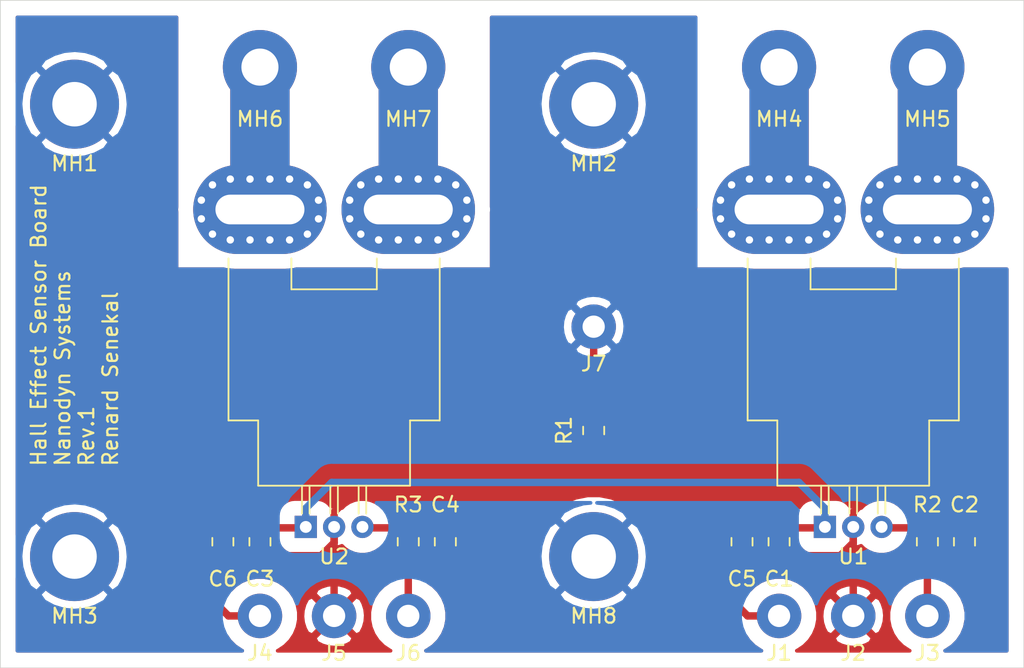
<source format=kicad_pcb>
(kicad_pcb (version 20171130) (host pcbnew "(5.1.5)-3")

  (general
    (thickness 1.6)
    (drawings 7)
    (tracks 58)
    (zones 0)
    (modules 26)
    (nets 12)
  )

  (page A3)
  (title_block
    (title "Hall Effect Sensor")
    (date 2020-06-18)
    (rev "Rev. 1")
    (company "Nanodyn Systems")
    (comment 1 "Designed by Renard Senekal")
  )

  (layers
    (0 F.Cu signal hide)
    (31 B.Cu signal)
    (32 B.Adhes user)
    (33 F.Adhes user)
    (34 B.Paste user)
    (35 F.Paste user)
    (36 B.SilkS user)
    (37 F.SilkS user)
    (38 B.Mask user)
    (39 F.Mask user)
    (40 Dwgs.User user)
    (41 Cmts.User user)
    (42 Eco1.User user)
    (43 Eco2.User user)
    (44 Edge.Cuts user)
    (45 Margin user)
    (46 B.CrtYd user)
    (47 F.CrtYd user)
    (48 B.Fab user)
    (49 F.Fab user)
  )

  (setup
    (last_trace_width 0.25)
    (user_trace_width 0.25)
    (user_trace_width 0.5)
    (user_trace_width 1)
    (user_trace_width 2)
    (user_trace_width 4)
    (trace_clearance 0.2)
    (zone_clearance 1)
    (zone_45_only no)
    (trace_min 0.2)
    (via_size 0.8)
    (via_drill 0.4)
    (via_min_size 0.4)
    (via_min_drill 0.3)
    (user_via 1 0.5)
    (user_via 2 1)
    (uvia_size 0.3)
    (uvia_drill 0.1)
    (uvias_allowed no)
    (uvia_min_size 0.2)
    (uvia_min_drill 0.1)
    (edge_width 0.05)
    (segment_width 0.2)
    (pcb_text_width 0.3)
    (pcb_text_size 1.5 1.5)
    (mod_edge_width 0.12)
    (mod_text_size 1 1)
    (mod_text_width 0.15)
    (pad_size 1.524 1.524)
    (pad_drill 0.762)
    (pad_to_mask_clearance 0.051)
    (solder_mask_min_width 0.25)
    (aux_axis_origin 0 0)
    (visible_elements 7FFFFFFF)
    (pcbplotparams
      (layerselection 0x010f0_ffffffff)
      (usegerberextensions false)
      (usegerberattributes false)
      (usegerberadvancedattributes false)
      (creategerberjobfile false)
      (excludeedgelayer false)
      (linewidth 0.100000)
      (plotframeref false)
      (viasonmask false)
      (mode 1)
      (useauxorigin false)
      (hpglpennumber 1)
      (hpglpenspeed 20)
      (hpglpendiameter 15.000000)
      (psnegative false)
      (psa4output false)
      (plotreference true)
      (plotvalue true)
      (plotinvisibletext false)
      (padsonsilk false)
      (subtractmaskfromsilk false)
      (outputformat 1)
      (mirror false)
      (drillshape 0)
      (scaleselection 1)
      (outputdirectory "Gerbers/"))
  )

  (net 0 "")
  (net 1 +5V)
  (net 2 GNDA)
  (net 3 "Net-(C2-Pad2)")
  (net 4 "Net-(C4-Pad2)")
  (net 5 "Net-(MH4-Pad1)")
  (net 6 "Net-(MH5-Pad1)")
  (net 7 "Net-(MH6-Pad1)")
  (net 8 "Net-(MH7-Pad1)")
  (net 9 "Net-(R2-Pad2)")
  (net 10 "Net-(R3-Pad2)")
  (net 11 Earth)

  (net_class Default "This is the default net class."
    (clearance 0.2)
    (trace_width 0.25)
    (via_dia 0.8)
    (via_drill 0.4)
    (uvia_dia 0.3)
    (uvia_drill 0.1)
    (add_net +5V)
    (add_net Earth)
    (add_net GNDA)
    (add_net "Net-(C2-Pad2)")
    (add_net "Net-(C4-Pad2)")
    (add_net "Net-(MH4-Pad1)")
    (add_net "Net-(MH5-Pad1)")
    (add_net "Net-(MH6-Pad1)")
    (add_net "Net-(MH7-Pad1)")
    (add_net "Net-(R2-Pad2)")
    (add_net "Net-(R3-Pad2)")
  )

  (module Amp_Hall_Effect_Sensor:C0805 (layer F.Cu) (tedit 5EEB2144) (tstamp 5EEBAA95)
    (at 240.5 166 270)
    (path /5EEA35DC)
    (fp_text reference C1 (at 2.5 0 180) (layer F.SilkS)
      (effects (font (size 1 1) (thickness 0.15)))
    )
    (fp_text value 1u (at -2.5 0 180) (layer F.Fab)
      (effects (font (size 1 1) (thickness 0.15)))
    )
    (fp_line (start -1 0.6) (end -1 -0.6) (layer F.Fab) (width 0.1))
    (fp_line (start -0.258578 0.71) (end 0.258578 0.71) (layer F.SilkS) (width 0.12))
    (fp_line (start 1 0.6) (end -1 0.6) (layer F.Fab) (width 0.1))
    (fp_line (start -1.68 -0.95) (end 1.68 -0.95) (layer F.CrtYd) (width 0.05))
    (fp_line (start 1.68 -0.95) (end 1.68 0.95) (layer F.CrtYd) (width 0.05))
    (fp_line (start 1.68 0.95) (end -1.68 0.95) (layer F.CrtYd) (width 0.05))
    (fp_line (start -0.258578 -0.71) (end 0.258578 -0.71) (layer F.SilkS) (width 0.12))
    (fp_line (start 1 -0.6) (end 1 0.6) (layer F.Fab) (width 0.1))
    (fp_line (start -1.68 0.95) (end -1.68 -0.95) (layer F.CrtYd) (width 0.05))
    (fp_line (start -1 -0.6) (end 1 -0.6) (layer F.Fab) (width 0.1))
    (pad 1 smd roundrect (at -0.9375 0 270) (size 0.975 1.4) (layers F.Cu F.Paste F.Mask) (roundrect_rratio 0.25)
      (net 1 +5V))
    (pad 2 smd roundrect (at 0.9375 0 270) (size 0.975 1.4) (layers F.Cu F.Paste F.Mask) (roundrect_rratio 0.25)
      (net 2 GNDA))
  )

  (module Amp_Hall_Effect_Sensor:C0805 (layer F.Cu) (tedit 5EEB2144) (tstamp 5EEBAA68)
    (at 253 166 270)
    (path /5EEAB992)
    (fp_text reference C2 (at -2.5 0 180) (layer F.SilkS)
      (effects (font (size 1 1) (thickness 0.15)))
    )
    (fp_text value Clfp (at 2.5 0 180) (layer F.Fab)
      (effects (font (size 1 1) (thickness 0.15)))
    )
    (fp_line (start -1 0.6) (end -1 -0.6) (layer F.Fab) (width 0.1))
    (fp_line (start -0.258578 0.71) (end 0.258578 0.71) (layer F.SilkS) (width 0.12))
    (fp_line (start 1 0.6) (end -1 0.6) (layer F.Fab) (width 0.1))
    (fp_line (start -1.68 -0.95) (end 1.68 -0.95) (layer F.CrtYd) (width 0.05))
    (fp_line (start 1.68 -0.95) (end 1.68 0.95) (layer F.CrtYd) (width 0.05))
    (fp_line (start 1.68 0.95) (end -1.68 0.95) (layer F.CrtYd) (width 0.05))
    (fp_line (start -0.258578 -0.71) (end 0.258578 -0.71) (layer F.SilkS) (width 0.12))
    (fp_line (start 1 -0.6) (end 1 0.6) (layer F.Fab) (width 0.1))
    (fp_line (start -1.68 0.95) (end -1.68 -0.95) (layer F.CrtYd) (width 0.05))
    (fp_line (start -1 -0.6) (end 1 -0.6) (layer F.Fab) (width 0.1))
    (pad 1 smd roundrect (at -0.9375 0 270) (size 0.975 1.4) (layers F.Cu F.Paste F.Mask) (roundrect_rratio 0.25)
      (net 2 GNDA))
    (pad 2 smd roundrect (at 0.9375 0 270) (size 0.975 1.4) (layers F.Cu F.Paste F.Mask) (roundrect_rratio 0.25)
      (net 3 "Net-(C2-Pad2)"))
  )

  (module Amp_Hall_Effect_Sensor:C0805 (layer F.Cu) (tedit 5EEB2144) (tstamp 5EEBA72C)
    (at 205.5 166 270)
    (path /5EEBA5A9)
    (fp_text reference C3 (at 2.5 0 180) (layer F.SilkS)
      (effects (font (size 1 1) (thickness 0.15)))
    )
    (fp_text value 1u (at -2.5 0 180) (layer F.Fab)
      (effects (font (size 1 1) (thickness 0.15)))
    )
    (fp_line (start -1 -0.6) (end 1 -0.6) (layer F.Fab) (width 0.1))
    (fp_line (start -1.68 0.95) (end -1.68 -0.95) (layer F.CrtYd) (width 0.05))
    (fp_line (start 1 -0.6) (end 1 0.6) (layer F.Fab) (width 0.1))
    (fp_line (start -0.258578 -0.71) (end 0.258578 -0.71) (layer F.SilkS) (width 0.12))
    (fp_line (start 1.68 0.95) (end -1.68 0.95) (layer F.CrtYd) (width 0.05))
    (fp_line (start 1.68 -0.95) (end 1.68 0.95) (layer F.CrtYd) (width 0.05))
    (fp_line (start -1.68 -0.95) (end 1.68 -0.95) (layer F.CrtYd) (width 0.05))
    (fp_line (start 1 0.6) (end -1 0.6) (layer F.Fab) (width 0.1))
    (fp_line (start -0.258578 0.71) (end 0.258578 0.71) (layer F.SilkS) (width 0.12))
    (fp_line (start -1 0.6) (end -1 -0.6) (layer F.Fab) (width 0.1))
    (pad 2 smd roundrect (at 0.9375 0 270) (size 0.975 1.4) (layers F.Cu F.Paste F.Mask) (roundrect_rratio 0.25)
      (net 2 GNDA))
    (pad 1 smd roundrect (at -0.9375 0 270) (size 0.975 1.4) (layers F.Cu F.Paste F.Mask) (roundrect_rratio 0.25)
      (net 1 +5V))
  )

  (module Amp_Hall_Effect_Sensor:C0805 (layer F.Cu) (tedit 5EEB2144) (tstamp 5EEBA6FF)
    (at 218 166 270)
    (path /5EEBA5C4)
    (fp_text reference C4 (at -2.5 0 180) (layer F.SilkS)
      (effects (font (size 1 1) (thickness 0.15)))
    )
    (fp_text value Clfp (at 2.5 0 180) (layer F.Fab)
      (effects (font (size 1 1) (thickness 0.15)))
    )
    (fp_line (start -1 0.6) (end -1 -0.6) (layer F.Fab) (width 0.1))
    (fp_line (start -0.258578 0.71) (end 0.258578 0.71) (layer F.SilkS) (width 0.12))
    (fp_line (start 1 0.6) (end -1 0.6) (layer F.Fab) (width 0.1))
    (fp_line (start -1.68 -0.95) (end 1.68 -0.95) (layer F.CrtYd) (width 0.05))
    (fp_line (start 1.68 -0.95) (end 1.68 0.95) (layer F.CrtYd) (width 0.05))
    (fp_line (start 1.68 0.95) (end -1.68 0.95) (layer F.CrtYd) (width 0.05))
    (fp_line (start -0.258578 -0.71) (end 0.258578 -0.71) (layer F.SilkS) (width 0.12))
    (fp_line (start 1 -0.6) (end 1 0.6) (layer F.Fab) (width 0.1))
    (fp_line (start -1.68 0.95) (end -1.68 -0.95) (layer F.CrtYd) (width 0.05))
    (fp_line (start -1 -0.6) (end 1 -0.6) (layer F.Fab) (width 0.1))
    (pad 1 smd roundrect (at -0.9375 0 270) (size 0.975 1.4) (layers F.Cu F.Paste F.Mask) (roundrect_rratio 0.25)
      (net 2 GNDA))
    (pad 2 smd roundrect (at 0.9375 0 270) (size 0.975 1.4) (layers F.Cu F.Paste F.Mask) (roundrect_rratio 0.25)
      (net 4 "Net-(C4-Pad2)"))
  )

  (module Amp_Hall_Effect_Sensor:C0805 (layer F.Cu) (tedit 5EEB2144) (tstamp 5EEBA909)
    (at 238 166 270)
    (path /5EEA3EEE)
    (fp_text reference C5 (at 2.5 0 180) (layer F.SilkS)
      (effects (font (size 1 1) (thickness 0.15)))
    )
    (fp_text value 100n (at -2.5 0.5 180) (layer F.Fab)
      (effects (font (size 1 1) (thickness 0.15)))
    )
    (fp_line (start -1 -0.6) (end 1 -0.6) (layer F.Fab) (width 0.1))
    (fp_line (start -1.68 0.95) (end -1.68 -0.95) (layer F.CrtYd) (width 0.05))
    (fp_line (start 1 -0.6) (end 1 0.6) (layer F.Fab) (width 0.1))
    (fp_line (start -0.258578 -0.71) (end 0.258578 -0.71) (layer F.SilkS) (width 0.12))
    (fp_line (start 1.68 0.95) (end -1.68 0.95) (layer F.CrtYd) (width 0.05))
    (fp_line (start 1.68 -0.95) (end 1.68 0.95) (layer F.CrtYd) (width 0.05))
    (fp_line (start -1.68 -0.95) (end 1.68 -0.95) (layer F.CrtYd) (width 0.05))
    (fp_line (start 1 0.6) (end -1 0.6) (layer F.Fab) (width 0.1))
    (fp_line (start -0.258578 0.71) (end 0.258578 0.71) (layer F.SilkS) (width 0.12))
    (fp_line (start -1 0.6) (end -1 -0.6) (layer F.Fab) (width 0.1))
    (pad 2 smd roundrect (at 0.9375 0 270) (size 0.975 1.4) (layers F.Cu F.Paste F.Mask) (roundrect_rratio 0.25)
      (net 2 GNDA))
    (pad 1 smd roundrect (at -0.9375 0 270) (size 0.975 1.4) (layers F.Cu F.Paste F.Mask) (roundrect_rratio 0.25)
      (net 1 +5V))
  )

  (module Amp_Hall_Effect_Sensor:C0805 (layer F.Cu) (tedit 5EEB2144) (tstamp 5EEBA6C6)
    (at 203 166 270)
    (path /5EEBA5BD)
    (fp_text reference C6 (at 2.5 0 180) (layer F.SilkS)
      (effects (font (size 1 1) (thickness 0.15)))
    )
    (fp_text value 100n (at -2.5 0.5 180) (layer F.Fab)
      (effects (font (size 1 1) (thickness 0.15)))
    )
    (fp_line (start -1 -0.6) (end 1 -0.6) (layer F.Fab) (width 0.1))
    (fp_line (start -1.68 0.95) (end -1.68 -0.95) (layer F.CrtYd) (width 0.05))
    (fp_line (start 1 -0.6) (end 1 0.6) (layer F.Fab) (width 0.1))
    (fp_line (start -0.258578 -0.71) (end 0.258578 -0.71) (layer F.SilkS) (width 0.12))
    (fp_line (start 1.68 0.95) (end -1.68 0.95) (layer F.CrtYd) (width 0.05))
    (fp_line (start 1.68 -0.95) (end 1.68 0.95) (layer F.CrtYd) (width 0.05))
    (fp_line (start -1.68 -0.95) (end 1.68 -0.95) (layer F.CrtYd) (width 0.05))
    (fp_line (start 1 0.6) (end -1 0.6) (layer F.Fab) (width 0.1))
    (fp_line (start -0.258578 0.71) (end 0.258578 0.71) (layer F.SilkS) (width 0.12))
    (fp_line (start -1 0.6) (end -1 -0.6) (layer F.Fab) (width 0.1))
    (pad 2 smd roundrect (at 0.9375 0 270) (size 0.975 1.4) (layers F.Cu F.Paste F.Mask) (roundrect_rratio 0.25)
      (net 2 GNDA))
    (pad 1 smd roundrect (at -0.9375 0 270) (size 0.975 1.4) (layers F.Cu F.Paste F.Mask) (roundrect_rratio 0.25)
      (net 1 +5V))
  )

  (module Amp_Hall_Effect_Sensor:Tab_S (layer F.Cu) (tedit 5EEB240D) (tstamp 5EEBA8E6)
    (at 240.5 171)
    (path /5EEAF911)
    (fp_text reference J1 (at 0 2.5) (layer F.SilkS)
      (effects (font (size 1 1) (thickness 0.15)))
    )
    (fp_text value Tab_S (at -4 0) (layer F.Fab)
      (effects (font (size 1 1) (thickness 0.15)))
    )
    (pad 1 thru_hole circle (at 0 0) (size 3 3) (drill 1.5) (layers *.Cu *.Mask)
      (net 1 +5V))
  )

  (module Amp_Hall_Effect_Sensor:Tab_S (layer F.Cu) (tedit 5EEB240D) (tstamp 5EEBA8F2)
    (at 245.5 171)
    (path /5EEB14A2)
    (fp_text reference J2 (at 0 2.5) (layer F.SilkS)
      (effects (font (size 1 1) (thickness 0.15)))
    )
    (fp_text value Tab_S (at 0 -2.5) (layer F.Fab)
      (effects (font (size 1 1) (thickness 0.15)))
    )
    (pad 1 thru_hole circle (at 0 0) (size 3 3) (drill 1.5) (layers *.Cu *.Mask)
      (net 2 GNDA))
  )

  (module Amp_Hall_Effect_Sensor:Tab_S (layer F.Cu) (tedit 5EEB240D) (tstamp 5EEBA8DA)
    (at 250.5 171)
    (path /5EEB1CB2)
    (fp_text reference J3 (at 0 2.5) (layer F.SilkS)
      (effects (font (size 1 1) (thickness 0.15)))
    )
    (fp_text value Tab_S (at 4 0) (layer F.Fab)
      (effects (font (size 1 1) (thickness 0.15)))
    )
    (pad 1 thru_hole circle (at 0 0) (size 3 3) (drill 1.5) (layers *.Cu *.Mask)
      (net 3 "Net-(C2-Pad2)"))
  )

  (module Amp_Hall_Effect_Sensor:Tab_S (layer F.Cu) (tedit 5EEB240D) (tstamp 5EEBA676)
    (at 205.5 171)
    (path /5EEBA5D4)
    (fp_text reference J4 (at 0 2.5) (layer F.SilkS)
      (effects (font (size 1 1) (thickness 0.15)))
    )
    (fp_text value Tab_S (at -4 0) (layer F.Fab)
      (effects (font (size 1 1) (thickness 0.15)))
    )
    (pad 1 thru_hole circle (at 0 0) (size 3 3) (drill 1.5) (layers *.Cu *.Mask)
      (net 1 +5V))
  )

  (module Amp_Hall_Effect_Sensor:Tab_S (layer F.Cu) (tedit 5EEB240D) (tstamp 5EEBA6AF)
    (at 210.5 171)
    (path /5EEBA5DC)
    (fp_text reference J5 (at 0 2.5) (layer F.SilkS)
      (effects (font (size 1 1) (thickness 0.15)))
    )
    (fp_text value Tab_S (at 0 -2.5) (layer F.Fab)
      (effects (font (size 1 1) (thickness 0.15)))
    )
    (pad 1 thru_hole circle (at 0 0) (size 3 3) (drill 1.5) (layers *.Cu *.Mask)
      (net 2 GNDA))
  )

  (module Amp_Hall_Effect_Sensor:Tab_S (layer F.Cu) (tedit 5EEB240D) (tstamp 5EEBA66A)
    (at 215.5 171)
    (path /5EEBA5E3)
    (fp_text reference J6 (at 0 2.5) (layer F.SilkS)
      (effects (font (size 1 1) (thickness 0.15)))
    )
    (fp_text value Tab_S (at 4 0) (layer F.Fab)
      (effects (font (size 1 1) (thickness 0.15)))
    )
    (pad 1 thru_hole circle (at 0 0) (size 3 3) (drill 1.5) (layers *.Cu *.Mask)
      (net 4 "Net-(C4-Pad2)"))
  )

  (module Amp_Hall_Effect_Sensor:Tab_S (layer F.Cu) (tedit 5EEB240D) (tstamp 5EEB86F2)
    (at 228 151.5)
    (path /5EEDBE90)
    (fp_text reference J7 (at 0 2.5) (layer F.SilkS)
      (effects (font (size 1 1) (thickness 0.15)))
    )
    (fp_text value Tab_S (at 0 -2.5) (layer F.Fab)
      (effects (font (size 1 1) (thickness 0.15)))
    )
    (pad 1 thru_hole circle (at 0 0) (size 3 3) (drill 1.5) (layers *.Cu *.Mask)
      (net 11 Earth))
  )

  (module Amp_Hall_Effect_Sensor:Hole_M2.5 (layer F.Cu) (tedit 5EEB228B) (tstamp 5EEB86F7)
    (at 193 136.5)
    (path /5EEC4805)
    (fp_text reference MH1 (at 0 4) (layer F.SilkS)
      (effects (font (size 1 1) (thickness 0.15)))
    )
    (fp_text value Hole_M2.5 (at 0 -4) (layer F.Fab)
      (effects (font (size 1 1) (thickness 0.15)))
    )
    (pad 1 thru_hole circle (at 0 0) (size 6 6) (drill 3) (layers *.Cu *.Mask)
      (net 11 Earth))
  )

  (module Amp_Hall_Effect_Sensor:Hole_M2.5 (layer F.Cu) (tedit 5EEB228B) (tstamp 5EEB86FC)
    (at 228 136.5)
    (path /5EEC6071)
    (fp_text reference MH2 (at 0 4) (layer F.SilkS)
      (effects (font (size 1 1) (thickness 0.15)))
    )
    (fp_text value Hole_M2.5 (at 0 -4) (layer F.Fab)
      (effects (font (size 1 1) (thickness 0.15)))
    )
    (pad 1 thru_hole circle (at 0 0) (size 6 6) (drill 3) (layers *.Cu *.Mask)
      (net 11 Earth))
  )

  (module Amp_Hall_Effect_Sensor:Hole_M2.5 (layer F.Cu) (tedit 5EEB228B) (tstamp 5EEB8701)
    (at 193 167)
    (path /5EEC6548)
    (fp_text reference MH3 (at 0 4) (layer F.SilkS)
      (effects (font (size 1 1) (thickness 0.15)))
    )
    (fp_text value Hole_M2.5 (at 0 -4) (layer F.Fab)
      (effects (font (size 1 1) (thickness 0.15)))
    )
    (pad 1 thru_hole circle (at 0 0) (size 6 6) (drill 3) (layers *.Cu *.Mask)
      (net 11 Earth))
  )

  (module Amp_Hall_Effect_Sensor:Hole_M2 (layer F.Cu) (tedit 5EEB2218) (tstamp 5EEBAA45)
    (at 240.5 134)
    (path /5EEB25F7)
    (fp_text reference MH4 (at 0 3.5) (layer F.SilkS)
      (effects (font (size 1 1) (thickness 0.15)))
    )
    (fp_text value Hole_M2 (at 0 -3.5) (layer F.Fab)
      (effects (font (size 1 1) (thickness 0.15)))
    )
    (pad 1 thru_hole circle (at 0 0) (size 5 5) (drill 2.5) (layers *.Cu *.Mask)
      (net 5 "Net-(MH4-Pad1)"))
  )

  (module Amp_Hall_Effect_Sensor:Hole_M2 (layer F.Cu) (tedit 5EEB2218) (tstamp 5EEBAA51)
    (at 250.5 134)
    (path /5EEB4C97)
    (fp_text reference MH5 (at 0 3.5) (layer F.SilkS)
      (effects (font (size 1 1) (thickness 0.15)))
    )
    (fp_text value Hole_M2 (at 0 -3.5) (layer F.Fab)
      (effects (font (size 1 1) (thickness 0.15)))
    )
    (pad 1 thru_hole circle (at 0 0) (size 5 5) (drill 2.5) (layers *.Cu *.Mask)
      (net 6 "Net-(MH5-Pad1)"))
  )

  (module Amp_Hall_Effect_Sensor:Hole_M2 (layer F.Cu) (tedit 5EEB2218) (tstamp 5EEBA6E8)
    (at 205.5 134)
    (path /5EEBA5EB)
    (fp_text reference MH6 (at 0 3.5) (layer F.SilkS)
      (effects (font (size 1 1) (thickness 0.15)))
    )
    (fp_text value Hole_M2 (at 0 -3.5) (layer F.Fab)
      (effects (font (size 1 1) (thickness 0.15)))
    )
    (pad 1 thru_hole circle (at 0 0) (size 5 5) (drill 2.5) (layers *.Cu *.Mask)
      (net 7 "Net-(MH6-Pad1)"))
  )

  (module Amp_Hall_Effect_Sensor:Hole_M2 (layer F.Cu) (tedit 5EEB2218) (tstamp 5EEBA65E)
    (at 215.5 134)
    (path /5EEBA5F4)
    (fp_text reference MH7 (at 0 3.5) (layer F.SilkS)
      (effects (font (size 1 1) (thickness 0.15)))
    )
    (fp_text value Hole_M2 (at 0 -3.5) (layer F.Fab)
      (effects (font (size 1 1) (thickness 0.15)))
    )
    (pad 1 thru_hole circle (at 0 0) (size 5 5) (drill 2.5) (layers *.Cu *.Mask)
      (net 8 "Net-(MH7-Pad1)"))
  )

  (module Amp_Hall_Effect_Sensor:Hole_M2.5 (layer F.Cu) (tedit 5EEB228B) (tstamp 5EEB871A)
    (at 228 167)
    (path /5EEC6A40)
    (fp_text reference MH8 (at 0 4) (layer F.SilkS)
      (effects (font (size 1 1) (thickness 0.15)))
    )
    (fp_text value Hole_M2.5 (at 0 -4) (layer F.Fab)
      (effects (font (size 1 1) (thickness 0.15)))
    )
    (pad 1 thru_hole circle (at 0 0) (size 6 6) (drill 3) (layers *.Cu *.Mask)
      (net 11 Earth))
  )

  (module Amp_Hall_Effect_Sensor:R0805 (layer F.Cu) (tedit 5EEB20E5) (tstamp 5EEB872A)
    (at 228 158.5 270)
    (path /5EEE7862)
    (fp_text reference R1 (at 0 2 90) (layer F.SilkS)
      (effects (font (size 1 1) (thickness 0.15)))
    )
    (fp_text value 0 (at 0 -2 90) (layer F.Fab)
      (effects (font (size 1 1) (thickness 0.15)))
    )
    (fp_line (start -1 -0.6) (end 1 -0.6) (layer F.Fab) (width 0.1))
    (fp_line (start -0.258578 0.71) (end 0.258578 0.71) (layer F.SilkS) (width 0.12))
    (fp_line (start -0.258578 -0.71) (end 0.258578 -0.71) (layer F.SilkS) (width 0.12))
    (fp_line (start 1 0.6) (end -1 0.6) (layer F.Fab) (width 0.1))
    (fp_line (start 1 -0.6) (end 1 0.6) (layer F.Fab) (width 0.1))
    (fp_line (start -1 0.6) (end -1 -0.6) (layer F.Fab) (width 0.1))
    (fp_line (start 1.68 0.95) (end -1.68 0.95) (layer F.CrtYd) (width 0.05))
    (fp_line (start 1.68 -0.95) (end 1.68 0.95) (layer F.CrtYd) (width 0.05))
    (fp_line (start -1.68 -0.95) (end 1.68 -0.95) (layer F.CrtYd) (width 0.05))
    (fp_line (start -1.68 0.95) (end -1.68 -0.95) (layer F.CrtYd) (width 0.05))
    (pad 1 smd roundrect (at -0.9375 0 270) (size 0.975 1.4) (layers F.Cu F.Paste F.Mask) (roundrect_rratio 0.25)
      (net 11 Earth))
    (pad 2 smd roundrect (at 0.9375 0 270) (size 0.975 1.4) (layers F.Cu F.Paste F.Mask) (roundrect_rratio 0.25)
      (net 2 GNDA))
  )

  (module Amp_Hall_Effect_Sensor:R0805 (layer F.Cu) (tedit 5EEB20E5) (tstamp 5EEBA8B8)
    (at 250.5 166 90)
    (path /5EEA757C)
    (fp_text reference R2 (at 2.5 0 180) (layer F.SilkS)
      (effects (font (size 1 1) (thickness 0.15)))
    )
    (fp_text value 10k (at -2.5 -1 180) (layer F.Fab)
      (effects (font (size 1 1) (thickness 0.15)))
    )
    (fp_line (start -1.68 0.95) (end -1.68 -0.95) (layer F.CrtYd) (width 0.05))
    (fp_line (start -1.68 -0.95) (end 1.68 -0.95) (layer F.CrtYd) (width 0.05))
    (fp_line (start 1.68 -0.95) (end 1.68 0.95) (layer F.CrtYd) (width 0.05))
    (fp_line (start 1.68 0.95) (end -1.68 0.95) (layer F.CrtYd) (width 0.05))
    (fp_line (start -1 0.6) (end -1 -0.6) (layer F.Fab) (width 0.1))
    (fp_line (start 1 -0.6) (end 1 0.6) (layer F.Fab) (width 0.1))
    (fp_line (start 1 0.6) (end -1 0.6) (layer F.Fab) (width 0.1))
    (fp_line (start -0.258578 -0.71) (end 0.258578 -0.71) (layer F.SilkS) (width 0.12))
    (fp_line (start -0.258578 0.71) (end 0.258578 0.71) (layer F.SilkS) (width 0.12))
    (fp_line (start -1 -0.6) (end 1 -0.6) (layer F.Fab) (width 0.1))
    (pad 2 smd roundrect (at 0.9375 0 90) (size 0.975 1.4) (layers F.Cu F.Paste F.Mask) (roundrect_rratio 0.25)
      (net 9 "Net-(R2-Pad2)"))
    (pad 1 smd roundrect (at -0.9375 0 90) (size 0.975 1.4) (layers F.Cu F.Paste F.Mask) (roundrect_rratio 0.25)
      (net 3 "Net-(C2-Pad2)"))
  )

  (module Amp_Hall_Effect_Sensor:R0805 (layer F.Cu) (tedit 5EEB20E5) (tstamp 5EEBA68D)
    (at 215.5 166 90)
    (path /5EEBA5B3)
    (fp_text reference R3 (at 2.5 0 180) (layer F.SilkS)
      (effects (font (size 1 1) (thickness 0.15)))
    )
    (fp_text value 10k (at -2.5 -1 180) (layer F.Fab)
      (effects (font (size 1 1) (thickness 0.15)))
    )
    (fp_line (start -1 -0.6) (end 1 -0.6) (layer F.Fab) (width 0.1))
    (fp_line (start -0.258578 0.71) (end 0.258578 0.71) (layer F.SilkS) (width 0.12))
    (fp_line (start -0.258578 -0.71) (end 0.258578 -0.71) (layer F.SilkS) (width 0.12))
    (fp_line (start 1 0.6) (end -1 0.6) (layer F.Fab) (width 0.1))
    (fp_line (start 1 -0.6) (end 1 0.6) (layer F.Fab) (width 0.1))
    (fp_line (start -1 0.6) (end -1 -0.6) (layer F.Fab) (width 0.1))
    (fp_line (start 1.68 0.95) (end -1.68 0.95) (layer F.CrtYd) (width 0.05))
    (fp_line (start 1.68 -0.95) (end 1.68 0.95) (layer F.CrtYd) (width 0.05))
    (fp_line (start -1.68 -0.95) (end 1.68 -0.95) (layer F.CrtYd) (width 0.05))
    (fp_line (start -1.68 0.95) (end -1.68 -0.95) (layer F.CrtYd) (width 0.05))
    (pad 1 smd roundrect (at -0.9375 0 90) (size 0.975 1.4) (layers F.Cu F.Paste F.Mask) (roundrect_rratio 0.25)
      (net 4 "Net-(C4-Pad2)"))
    (pad 2 smd roundrect (at 0.9375 0 90) (size 0.975 1.4) (layers F.Cu F.Paste F.Mask) (roundrect_rratio 0.25)
      (net 10 "Net-(R3-Pad2)"))
  )

  (module Amp_Hall_Effect_Sensor:ACS758LCB-050B-PFF-T (layer F.Cu) (tedit 5EEB20D4) (tstamp 5EEBA985)
    (at 245.5 152)
    (path /5EEA2952)
    (fp_text reference U1 (at 0 15) (layer F.SilkS)
      (effects (font (size 1 1) (thickness 0.15)))
    )
    (fp_text value ACS758LCB-050B-PFF-T (at 0 -13) (layer F.Fab)
      (effects (font (size 1 1) (thickness 0.15)))
    )
    (fp_line (start 1.655 10.22) (end 1.655 12.1) (layer F.SilkS) (width 0.12))
    (fp_line (start 7.25 -5.2) (end 9.79 -5.2) (layer F.CrtYd) (width 0.05))
    (fp_line (start -1.91 9.2) (end -1.01 10.1) (layer F.Fab) (width 0.1))
    (fp_line (start -2.165 10.22) (end -2.165 12.1) (layer F.SilkS) (width 0.12))
    (fp_line (start -9.81 -5.2) (end -9.81 -11.65) (layer F.CrtYd) (width 0.05))
    (fp_line (start 2.165 10.22) (end 2.165 12.1) (layer F.SilkS) (width 0.12))
    (fp_line (start 0.255 10.1) (end 0.255 13.19) (layer F.Fab) (width 0.1))
    (fp_line (start -2.91 10.35) (end -5.25 10.35) (layer F.CrtYd) (width 0.05))
    (fp_line (start -2.91 10.35) (end -2.91 14) (layer F.CrtYd) (width 0.05))
    (fp_line (start 2.91 10.35) (end 5.25 10.35) (layer F.CrtYd) (width 0.05))
    (fp_line (start 2.165 10.1) (end 2.165 13.19) (layer F.Fab) (width 0.1))
    (fp_line (start -7.25 5.95) (end -7.25 -5.2) (layer F.CrtYd) (width 0.05))
    (fp_line (start -1.655 10.22) (end -1.655 12.1) (layer F.SilkS) (width 0.12))
    (fp_line (start -0.255 10.22) (end -0.255 12.1) (layer F.SilkS) (width 0.12))
    (fp_line (start 9.79 -11.65) (end 9.79 -5.2) (layer F.CrtYd) (width 0.05))
    (fp_line (start -9.81 -5.2) (end -7.25 -5.2) (layer F.CrtYd) (width 0.05))
    (fp_line (start 0.255 10.22) (end 0.255 12.1) (layer F.SilkS) (width 0.12))
    (fp_line (start -9.81 -11.65) (end 9.79 -11.65) (layer F.CrtYd) (width 0.05))
    (fp_line (start -1.655 10.1) (end -1.655 13.19) (layer F.Fab) (width 0.1))
    (fp_line (start -5.25 5.95) (end -7.25 5.95) (layer F.CrtYd) (width 0.05))
    (fp_line (start 2.91 10.35) (end 2.91 14) (layer F.CrtYd) (width 0.05))
    (fp_line (start -2.81 10.1) (end -1.91 9.2) (layer F.Fab) (width 0.1))
    (fp_line (start 5.12 10.22) (end -5.12 10.22) (layer F.SilkS) (width 0.12))
    (fp_line (start 5.12 5.82) (end 7.12 5.82) (layer F.SilkS) (width 0.12))
    (fp_line (start 3 -2.9) (end 3 -8.9) (layer F.Fab) (width 0.1))
    (fp_line (start -7 -8.9) (end -3 -8.9) (layer F.Fab) (width 0.1))
    (fp_line (start 5 10.1) (end -5 10.1) (layer F.Fab) (width 0.1))
    (fp_line (start 5.25 5.95) (end 5.25 10.35) (layer F.CrtYd) (width 0.05))
    (fp_line (start -0.255 10.1) (end -0.255 13.19) (layer F.Fab) (width 0.1))
    (fp_line (start -2.88 -3.02) (end -2.88 -5.1) (layer F.SilkS) (width 0.12))
    (fp_line (start 2.88 -3.02) (end 2.88 -5.1) (layer F.SilkS) (width 0.12))
    (fp_line (start 7.12 5.82) (end 7.12 -5.1) (layer F.SilkS) (width 0.12))
    (fp_line (start -5.12 5.82) (end -7.12 5.82) (layer F.SilkS) (width 0.12))
    (fp_line (start 7 5.7) (end 7 -8.9) (layer F.Fab) (width 0.1))
    (fp_line (start -7 5.7) (end -7 -8.9) (layer F.Fab) (width 0.1))
    (fp_line (start 1.655 10.1) (end 1.655 13.19) (layer F.Fab) (width 0.1))
    (fp_line (start -7.12 5.82) (end -7.12 -5.1) (layer F.SilkS) (width 0.12))
    (fp_line (start -5 -2.9) (end -5 10.1) (layer F.Fab) (width 0.1))
    (fp_line (start -1.91 9.2) (end -1.01 10.1) (layer F.Fab) (width 0.1))
    (fp_line (start 7 -8.9) (end 3 -8.9) (layer F.Fab) (width 0.1))
    (fp_line (start -5 -2.9) (end 5 -2.9) (layer F.Fab) (width 0.1))
    (fp_line (start -7 5.7) (end -5 5.7) (layer F.Fab) (width 0.1))
    (fp_line (start -2.81 10.1) (end -1.91 9.2) (layer F.Fab) (width 0.1))
    (fp_line (start 5.12 10.22) (end 5.12 5.82) (layer F.SilkS) (width 0.12))
    (fp_line (start 5.25 5.95) (end 7.25 5.95) (layer F.CrtYd) (width 0.05))
    (fp_line (start 5 5.7) (end 7 5.7) (layer F.Fab) (width 0.1))
    (fp_line (start -2.88 -3.02) (end 2.88 -3.02) (layer F.SilkS) (width 0.12))
    (fp_line (start 2.91 14) (end -2.91 14) (layer F.CrtYd) (width 0.05))
    (fp_line (start 5 -2.9) (end 5 10.1) (layer F.Fab) (width 0.1))
    (fp_line (start -2.165 10.1) (end -2.165 13.19) (layer F.Fab) (width 0.1))
    (fp_line (start -5.25 5.95) (end -5.25 10.35) (layer F.CrtYd) (width 0.05))
    (fp_line (start -3 -2.9) (end -3 -8.9) (layer F.Fab) (width 0.1))
    (fp_line (start 7.25 5.95) (end 7.25 -5.2) (layer F.CrtYd) (width 0.05))
    (fp_line (start -5.12 10.22) (end -5.12 5.82) (layer F.SilkS) (width 0.12))
    (pad 5 thru_hole circle (at -7 -6.35) (size 0.8 0.8) (drill 0.5) (layers *.Cu *.Mask)
      (net 5 "Net-(MH4-Pad1)"))
    (pad 4 thru_hole circle (at 3 -6.35) (size 0.8 0.8) (drill 0.5) (layers *.Cu *.Mask)
      (net 6 "Net-(MH5-Pad1)"))
    (pad 5 thru_hole circle (at -8.95 -7.77) (size 0.8 0.8) (drill 0.5) (layers *.Cu *.Mask)
      (net 5 "Net-(MH4-Pad1)"))
    (pad 1 thru_hole rect (at -1.91 13) (size 1.5 1.5) (drill 0.8) (layers *.Cu *.Mask)
      (net 1 +5V))
    (pad 5 thru_hole circle (at -1.8 -6.74) (size 0.8 0.8) (drill 0.5) (layers *.Cu *.Mask)
      (net 5 "Net-(MH4-Pad1)"))
    (pad 5 thru_hole circle (at -4.33 -6.35) (size 0.8 0.8) (drill 0.5) (layers *.Cu *.Mask)
      (net 5 "Net-(MH4-Pad1)"))
    (pad 5 thru_hole circle (at -4.33 -10.45) (size 0.8 0.8) (drill 0.5) (layers *.Cu *.Mask)
      (net 5 "Net-(MH4-Pad1)"))
    (pad 4 thru_hole circle (at 5.67 -10.45) (size 0.8 0.8) (drill 0.5) (layers *.Cu *.Mask)
      (net 6 "Net-(MH5-Pad1)"))
    (pad 4 thru_hole circle (at 1.8 -10.06) (size 0.8 0.8) (drill 0.5) (layers *.Cu *.Mask)
      (net 6 "Net-(MH5-Pad1)"))
    (pad 4 thru_hole circle (at 8.2 -10.06) (size 0.8 0.8) (drill 0.5) (layers *.Cu *.Mask)
      (net 6 "Net-(MH5-Pad1)"))
    (pad 4 thru_hole circle (at 7 -10.45) (size 0.8 0.8) (drill 0.5) (layers *.Cu *.Mask)
      (net 6 "Net-(MH5-Pad1)"))
    (pad 5 thru_hole oval (at -5 -8.4) (size 9 6) (drill oval 6 2) (layers *.Cu *.Mask)
      (net 5 "Net-(MH4-Pad1)"))
    (pad 4 thru_hole oval (at 5 -8.4) (size 9 6) (drill oval 6 2) (layers *.Cu *.Mask)
      (net 6 "Net-(MH5-Pad1)"))
    (pad 3 thru_hole circle (at 1.91 13) (size 1.5 1.5) (drill 0.8) (layers *.Cu *.Mask)
      (net 9 "Net-(R2-Pad2)"))
    (pad 2 thru_hole circle (at 0 13) (size 1.5 1.5) (drill 0.8) (layers *.Cu *.Mask)
      (net 2 GNDA))
    (pad 4 thru_hole circle (at 3 -10.45) (size 0.8 0.8) (drill 0.5) (layers *.Cu *.Mask)
      (net 6 "Net-(MH5-Pad1)"))
    (pad 5 thru_hole circle (at -8.2 -10.06) (size 0.8 0.8) (drill 0.5) (layers *.Cu *.Mask)
      (net 5 "Net-(MH4-Pad1)"))
    (pad 5 thru_hole oval (at -1.05 -7.77 65) (size 0.8 0.8) (drill 0.5) (layers *.Cu *.Mask)
      (net 5 "Net-(MH4-Pad1)"))
    (pad 5 thru_hole circle (at -8.2 -6.74) (size 0.8 0.8) (drill 0.5) (layers *.Cu *.Mask)
      (net 5 "Net-(MH4-Pad1)"))
    (pad 5 thru_hole circle (at -5.67 -6.35) (size 0.8 0.8) (drill 0.5) (layers *.Cu *.Mask)
      (net 5 "Net-(MH4-Pad1)"))
    (pad 4 thru_hole circle (at 8.95 -9.03) (size 0.8 0.8) (drill 0.5) (layers *.Cu *.Mask)
      (net 6 "Net-(MH5-Pad1)"))
    (pad 5 thru_hole circle (at -5.67 -10.45) (size 0.8 0.8) (drill 0.5) (layers *.Cu *.Mask)
      (net 5 "Net-(MH4-Pad1)"))
    (pad 4 thru_hole circle (at 8.95 -7.77) (size 0.8 0.8) (drill 0.5) (layers *.Cu *.Mask)
      (net 6 "Net-(MH5-Pad1)"))
    (pad 4 thru_hole circle (at 1.8 -6.74) (size 0.8 0.8) (drill 0.5) (layers *.Cu *.Mask)
      (net 6 "Net-(MH5-Pad1)"))
    (pad 5 thru_hole circle (at -7 -10.45) (size 0.8 0.8) (drill 0.5) (layers *.Cu *.Mask)
      (net 5 "Net-(MH4-Pad1)"))
    (pad 4 thru_hole oval (at 1.05 -7.77 295) (size 0.8 0.8) (drill 0.5) (layers *.Cu *.Mask)
      (net 6 "Net-(MH5-Pad1)"))
    (pad 4 thru_hole circle (at 8.2 -6.74) (size 0.8 0.8) (drill 0.5) (layers *.Cu *.Mask)
      (net 6 "Net-(MH5-Pad1)"))
    (pad 4 thru_hole circle (at 5.67 -6.35) (size 0.8 0.8) (drill 0.5) (layers *.Cu *.Mask)
      (net 6 "Net-(MH5-Pad1)"))
    (pad 5 thru_hole oval (at -1.05 -9.03 295) (size 0.8 0.8) (drill 0.5) (layers *.Cu *.Mask)
      (net 5 "Net-(MH4-Pad1)"))
    (pad 5 thru_hole circle (at -1.8 -10.06) (size 0.8 0.8) (drill 0.5) (layers *.Cu *.Mask)
      (net 5 "Net-(MH4-Pad1)"))
    (pad 4 thru_hole circle (at 4.33 -6.35) (size 0.8 0.8) (drill 0.5) (layers *.Cu *.Mask)
      (net 6 "Net-(MH5-Pad1)"))
    (pad 4 thru_hole circle (at 4.33 -10.45) (size 0.8 0.8) (drill 0.5) (layers *.Cu *.Mask)
      (net 6 "Net-(MH5-Pad1)"))
    (pad 5 thru_hole circle (at -8.95 -9.03) (size 0.8 0.8) (drill 0.5) (layers *.Cu *.Mask)
      (net 5 "Net-(MH4-Pad1)"))
    (pad 5 thru_hole circle (at -3 -6.35) (size 0.8 0.8) (drill 0.5) (layers *.Cu *.Mask)
      (net 5 "Net-(MH4-Pad1)"))
    (pad 5 thru_hole circle (at -3 -10.45) (size 0.8 0.8) (drill 0.5) (layers *.Cu *.Mask)
      (net 5 "Net-(MH4-Pad1)"))
    (pad 4 thru_hole oval (at 1.05 -9.03 65) (size 0.8 0.8) (drill 0.5) (layers *.Cu *.Mask)
      (net 6 "Net-(MH5-Pad1)"))
    (pad 4 thru_hole circle (at 7 -6.35) (size 0.8 0.8) (drill 0.5) (layers *.Cu *.Mask)
      (net 6 "Net-(MH5-Pad1)"))
  )

  (module Amp_Hall_Effect_Sensor:ACS758LCB-050B-PFF-T (layer F.Cu) (tedit 5EEB20D4) (tstamp 5EEBA59E)
    (at 210.5 152)
    (path /5EEBA5A3)
    (fp_text reference U2 (at 0 15) (layer F.SilkS)
      (effects (font (size 1 1) (thickness 0.15)))
    )
    (fp_text value ACS758LCB-050B-PFF-T (at 0 -13) (layer F.Fab)
      (effects (font (size 1 1) (thickness 0.15)))
    )
    (fp_line (start -5.12 10.22) (end -5.12 5.82) (layer F.SilkS) (width 0.12))
    (fp_line (start 7.25 5.95) (end 7.25 -5.2) (layer F.CrtYd) (width 0.05))
    (fp_line (start -3 -2.9) (end -3 -8.9) (layer F.Fab) (width 0.1))
    (fp_line (start -5.25 5.95) (end -5.25 10.35) (layer F.CrtYd) (width 0.05))
    (fp_line (start -2.165 10.1) (end -2.165 13.19) (layer F.Fab) (width 0.1))
    (fp_line (start 5 -2.9) (end 5 10.1) (layer F.Fab) (width 0.1))
    (fp_line (start 2.91 14) (end -2.91 14) (layer F.CrtYd) (width 0.05))
    (fp_line (start -2.88 -3.02) (end 2.88 -3.02) (layer F.SilkS) (width 0.12))
    (fp_line (start 5 5.7) (end 7 5.7) (layer F.Fab) (width 0.1))
    (fp_line (start 5.25 5.95) (end 7.25 5.95) (layer F.CrtYd) (width 0.05))
    (fp_line (start 5.12 10.22) (end 5.12 5.82) (layer F.SilkS) (width 0.12))
    (fp_line (start -2.81 10.1) (end -1.91 9.2) (layer F.Fab) (width 0.1))
    (fp_line (start -7 5.7) (end -5 5.7) (layer F.Fab) (width 0.1))
    (fp_line (start -5 -2.9) (end 5 -2.9) (layer F.Fab) (width 0.1))
    (fp_line (start 7 -8.9) (end 3 -8.9) (layer F.Fab) (width 0.1))
    (fp_line (start -1.91 9.2) (end -1.01 10.1) (layer F.Fab) (width 0.1))
    (fp_line (start -5 -2.9) (end -5 10.1) (layer F.Fab) (width 0.1))
    (fp_line (start -7.12 5.82) (end -7.12 -5.1) (layer F.SilkS) (width 0.12))
    (fp_line (start 1.655 10.1) (end 1.655 13.19) (layer F.Fab) (width 0.1))
    (fp_line (start -7 5.7) (end -7 -8.9) (layer F.Fab) (width 0.1))
    (fp_line (start 7 5.7) (end 7 -8.9) (layer F.Fab) (width 0.1))
    (fp_line (start -5.12 5.82) (end -7.12 5.82) (layer F.SilkS) (width 0.12))
    (fp_line (start 7.12 5.82) (end 7.12 -5.1) (layer F.SilkS) (width 0.12))
    (fp_line (start 2.88 -3.02) (end 2.88 -5.1) (layer F.SilkS) (width 0.12))
    (fp_line (start -2.88 -3.02) (end -2.88 -5.1) (layer F.SilkS) (width 0.12))
    (fp_line (start -0.255 10.1) (end -0.255 13.19) (layer F.Fab) (width 0.1))
    (fp_line (start 5.25 5.95) (end 5.25 10.35) (layer F.CrtYd) (width 0.05))
    (fp_line (start 5 10.1) (end -5 10.1) (layer F.Fab) (width 0.1))
    (fp_line (start -7 -8.9) (end -3 -8.9) (layer F.Fab) (width 0.1))
    (fp_line (start 3 -2.9) (end 3 -8.9) (layer F.Fab) (width 0.1))
    (fp_line (start 5.12 5.82) (end 7.12 5.82) (layer F.SilkS) (width 0.12))
    (fp_line (start 5.12 10.22) (end -5.12 10.22) (layer F.SilkS) (width 0.12))
    (fp_line (start -2.81 10.1) (end -1.91 9.2) (layer F.Fab) (width 0.1))
    (fp_line (start 2.91 10.35) (end 2.91 14) (layer F.CrtYd) (width 0.05))
    (fp_line (start -5.25 5.95) (end -7.25 5.95) (layer F.CrtYd) (width 0.05))
    (fp_line (start -1.655 10.1) (end -1.655 13.19) (layer F.Fab) (width 0.1))
    (fp_line (start -9.81 -11.65) (end 9.79 -11.65) (layer F.CrtYd) (width 0.05))
    (fp_line (start 0.255 10.22) (end 0.255 12.1) (layer F.SilkS) (width 0.12))
    (fp_line (start -9.81 -5.2) (end -7.25 -5.2) (layer F.CrtYd) (width 0.05))
    (fp_line (start 9.79 -11.65) (end 9.79 -5.2) (layer F.CrtYd) (width 0.05))
    (fp_line (start -0.255 10.22) (end -0.255 12.1) (layer F.SilkS) (width 0.12))
    (fp_line (start -1.655 10.22) (end -1.655 12.1) (layer F.SilkS) (width 0.12))
    (fp_line (start -7.25 5.95) (end -7.25 -5.2) (layer F.CrtYd) (width 0.05))
    (fp_line (start 2.165 10.1) (end 2.165 13.19) (layer F.Fab) (width 0.1))
    (fp_line (start 2.91 10.35) (end 5.25 10.35) (layer F.CrtYd) (width 0.05))
    (fp_line (start -2.91 10.35) (end -2.91 14) (layer F.CrtYd) (width 0.05))
    (fp_line (start -2.91 10.35) (end -5.25 10.35) (layer F.CrtYd) (width 0.05))
    (fp_line (start 0.255 10.1) (end 0.255 13.19) (layer F.Fab) (width 0.1))
    (fp_line (start 2.165 10.22) (end 2.165 12.1) (layer F.SilkS) (width 0.12))
    (fp_line (start -9.81 -5.2) (end -9.81 -11.65) (layer F.CrtYd) (width 0.05))
    (fp_line (start -2.165 10.22) (end -2.165 12.1) (layer F.SilkS) (width 0.12))
    (fp_line (start -1.91 9.2) (end -1.01 10.1) (layer F.Fab) (width 0.1))
    (fp_line (start 7.25 -5.2) (end 9.79 -5.2) (layer F.CrtYd) (width 0.05))
    (fp_line (start 1.655 10.22) (end 1.655 12.1) (layer F.SilkS) (width 0.12))
    (pad 4 thru_hole circle (at 7 -6.35) (size 0.8 0.8) (drill 0.5) (layers *.Cu *.Mask)
      (net 8 "Net-(MH7-Pad1)"))
    (pad 4 thru_hole oval (at 1.05 -9.03 65) (size 0.8 0.8) (drill 0.5) (layers *.Cu *.Mask)
      (net 8 "Net-(MH7-Pad1)"))
    (pad 5 thru_hole circle (at -3 -10.45) (size 0.8 0.8) (drill 0.5) (layers *.Cu *.Mask)
      (net 7 "Net-(MH6-Pad1)"))
    (pad 5 thru_hole circle (at -3 -6.35) (size 0.8 0.8) (drill 0.5) (layers *.Cu *.Mask)
      (net 7 "Net-(MH6-Pad1)"))
    (pad 5 thru_hole circle (at -8.95 -9.03) (size 0.8 0.8) (drill 0.5) (layers *.Cu *.Mask)
      (net 7 "Net-(MH6-Pad1)"))
    (pad 4 thru_hole circle (at 4.33 -10.45) (size 0.8 0.8) (drill 0.5) (layers *.Cu *.Mask)
      (net 8 "Net-(MH7-Pad1)"))
    (pad 4 thru_hole circle (at 4.33 -6.35) (size 0.8 0.8) (drill 0.5) (layers *.Cu *.Mask)
      (net 8 "Net-(MH7-Pad1)"))
    (pad 5 thru_hole circle (at -1.8 -10.06) (size 0.8 0.8) (drill 0.5) (layers *.Cu *.Mask)
      (net 7 "Net-(MH6-Pad1)"))
    (pad 5 thru_hole oval (at -1.05 -9.03 295) (size 0.8 0.8) (drill 0.5) (layers *.Cu *.Mask)
      (net 7 "Net-(MH6-Pad1)"))
    (pad 4 thru_hole circle (at 5.67 -6.35) (size 0.8 0.8) (drill 0.5) (layers *.Cu *.Mask)
      (net 8 "Net-(MH7-Pad1)"))
    (pad 4 thru_hole circle (at 8.2 -6.74) (size 0.8 0.8) (drill 0.5) (layers *.Cu *.Mask)
      (net 8 "Net-(MH7-Pad1)"))
    (pad 4 thru_hole oval (at 1.05 -7.77 295) (size 0.8 0.8) (drill 0.5) (layers *.Cu *.Mask)
      (net 8 "Net-(MH7-Pad1)"))
    (pad 5 thru_hole circle (at -7 -10.45) (size 0.8 0.8) (drill 0.5) (layers *.Cu *.Mask)
      (net 7 "Net-(MH6-Pad1)"))
    (pad 4 thru_hole circle (at 1.8 -6.74) (size 0.8 0.8) (drill 0.5) (layers *.Cu *.Mask)
      (net 8 "Net-(MH7-Pad1)"))
    (pad 4 thru_hole circle (at 8.95 -7.77) (size 0.8 0.8) (drill 0.5) (layers *.Cu *.Mask)
      (net 8 "Net-(MH7-Pad1)"))
    (pad 5 thru_hole circle (at -5.67 -10.45) (size 0.8 0.8) (drill 0.5) (layers *.Cu *.Mask)
      (net 7 "Net-(MH6-Pad1)"))
    (pad 4 thru_hole circle (at 8.95 -9.03) (size 0.8 0.8) (drill 0.5) (layers *.Cu *.Mask)
      (net 8 "Net-(MH7-Pad1)"))
    (pad 5 thru_hole circle (at -5.67 -6.35) (size 0.8 0.8) (drill 0.5) (layers *.Cu *.Mask)
      (net 7 "Net-(MH6-Pad1)"))
    (pad 5 thru_hole circle (at -8.2 -6.74) (size 0.8 0.8) (drill 0.5) (layers *.Cu *.Mask)
      (net 7 "Net-(MH6-Pad1)"))
    (pad 5 thru_hole oval (at -1.05 -7.77 65) (size 0.8 0.8) (drill 0.5) (layers *.Cu *.Mask)
      (net 7 "Net-(MH6-Pad1)"))
    (pad 5 thru_hole circle (at -8.2 -10.06) (size 0.8 0.8) (drill 0.5) (layers *.Cu *.Mask)
      (net 7 "Net-(MH6-Pad1)"))
    (pad 4 thru_hole circle (at 3 -10.45) (size 0.8 0.8) (drill 0.5) (layers *.Cu *.Mask)
      (net 8 "Net-(MH7-Pad1)"))
    (pad 2 thru_hole circle (at 0 13) (size 1.5 1.5) (drill 0.8) (layers *.Cu *.Mask)
      (net 2 GNDA))
    (pad 3 thru_hole circle (at 1.91 13) (size 1.5 1.5) (drill 0.8) (layers *.Cu *.Mask)
      (net 10 "Net-(R3-Pad2)"))
    (pad 4 thru_hole oval (at 5 -8.4) (size 9 6) (drill oval 6 2) (layers *.Cu *.Mask)
      (net 8 "Net-(MH7-Pad1)"))
    (pad 5 thru_hole oval (at -5 -8.4) (size 9 6) (drill oval 6 2) (layers *.Cu *.Mask)
      (net 7 "Net-(MH6-Pad1)"))
    (pad 4 thru_hole circle (at 7 -10.45) (size 0.8 0.8) (drill 0.5) (layers *.Cu *.Mask)
      (net 8 "Net-(MH7-Pad1)"))
    (pad 4 thru_hole circle (at 8.2 -10.06) (size 0.8 0.8) (drill 0.5) (layers *.Cu *.Mask)
      (net 8 "Net-(MH7-Pad1)"))
    (pad 4 thru_hole circle (at 1.8 -10.06) (size 0.8 0.8) (drill 0.5) (layers *.Cu *.Mask)
      (net 8 "Net-(MH7-Pad1)"))
    (pad 4 thru_hole circle (at 5.67 -10.45) (size 0.8 0.8) (drill 0.5) (layers *.Cu *.Mask)
      (net 8 "Net-(MH7-Pad1)"))
    (pad 5 thru_hole circle (at -4.33 -10.45) (size 0.8 0.8) (drill 0.5) (layers *.Cu *.Mask)
      (net 7 "Net-(MH6-Pad1)"))
    (pad 5 thru_hole circle (at -4.33 -6.35) (size 0.8 0.8) (drill 0.5) (layers *.Cu *.Mask)
      (net 7 "Net-(MH6-Pad1)"))
    (pad 5 thru_hole circle (at -1.8 -6.74) (size 0.8 0.8) (drill 0.5) (layers *.Cu *.Mask)
      (net 7 "Net-(MH6-Pad1)"))
    (pad 1 thru_hole rect (at -1.91 13) (size 1.5 1.5) (drill 0.8) (layers *.Cu *.Mask)
      (net 1 +5V))
    (pad 5 thru_hole circle (at -8.95 -7.77) (size 0.8 0.8) (drill 0.5) (layers *.Cu *.Mask)
      (net 7 "Net-(MH6-Pad1)"))
    (pad 4 thru_hole circle (at 3 -6.35) (size 0.8 0.8) (drill 0.5) (layers *.Cu *.Mask)
      (net 8 "Net-(MH7-Pad1)"))
    (pad 5 thru_hole circle (at -7 -6.35) (size 0.8 0.8) (drill 0.5) (layers *.Cu *.Mask)
      (net 7 "Net-(MH6-Pad1)"))
  )

  (gr_line (start 257 129.5) (end 188 129.5) (layer Edge.Cuts) (width 0.05) (tstamp 5EEBC55D))
  (gr_line (start 257 174.5) (end 257 129.5) (layer Edge.Cuts) (width 0.05))
  (gr_line (start 255.5 174.5) (end 257 174.5) (layer Edge.Cuts) (width 0.05))
  (gr_line (start 188 174.5) (end 255.5 174.5) (layer Edge.Cuts) (width 0.05))
  (gr_line (start 188 172) (end 188 174.5) (layer Edge.Cuts) (width 0.05))
  (gr_line (start 188 129.5) (end 188 172) (layer Edge.Cuts) (width 0.05))
  (gr_text "Hall Effect Sensor Board\nNanodyn Systems\nRev.1\nRenard Senekal" (at 193 161 90) (layer F.SilkS)
    (effects (font (size 1 1) (thickness 0.15)) (justify left))
  )

  (segment (start 240.5 165.0625) (end 238 165.0625) (width 0.5) (layer F.Cu) (net 1))
  (segment (start 243.5275 165.0625) (end 243.59 165) (width 0.5) (layer F.Cu) (net 1))
  (segment (start 240.5 165.0625) (end 243.5275 165.0625) (width 0.5) (layer F.Cu) (net 1))
  (segment (start 238.37868 171) (end 236.5 169.12132) (width 0.5) (layer F.Cu) (net 1))
  (segment (start 240.5 171) (end 238.37868 171) (width 0.5) (layer F.Cu) (net 1))
  (segment (start 236.5 169.12132) (end 236.5 165.5) (width 0.5) (layer F.Cu) (net 1))
  (segment (start 236.9375 165.0625) (end 238 165.0625) (width 0.5) (layer F.Cu) (net 1))
  (segment (start 236.5 165.5) (end 236.9375 165.0625) (width 0.5) (layer F.Cu) (net 1))
  (segment (start 203 165.0625) (end 205.5 165.0625) (width 0.5) (layer F.Cu) (net 1))
  (segment (start 208.5275 165.0625) (end 208.59 165) (width 0.5) (layer F.Cu) (net 1))
  (segment (start 205.5 165.0625) (end 208.5275 165.0625) (width 0.5) (layer F.Cu) (net 1))
  (segment (start 201.9375 165.0625) (end 203 165.0625) (width 0.5) (layer F.Cu) (net 1))
  (segment (start 201.5 165.5) (end 201.9375 165.0625) (width 0.5) (layer F.Cu) (net 1))
  (segment (start 201.5 169.12132) (end 201.5 165.5) (width 0.5) (layer F.Cu) (net 1))
  (segment (start 205.5 171) (end 203.37868 171) (width 0.5) (layer F.Cu) (net 1))
  (segment (start 203.37868 171) (end 201.5 169.12132) (width 0.5) (layer F.Cu) (net 1))
  (segment (start 208.59 163.75) (end 210.34 162) (width 0.5) (layer B.Cu) (net 1))
  (segment (start 208.59 165) (end 208.59 163.75) (width 0.5) (layer B.Cu) (net 1))
  (segment (start 243.59 163.75) (end 243.59 165) (width 0.5) (layer B.Cu) (net 1))
  (segment (start 210.34 162) (end 241.84 162) (width 0.5) (layer B.Cu) (net 1))
  (segment (start 241.84 162) (end 243.59 163.75) (width 0.5) (layer B.Cu) (net 1))
  (segment (start 245.5 165) (end 245.5 164) (width 0.5) (layer F.Cu) (net 2))
  (segment (start 245.5 164) (end 246.5 163) (width 0.5) (layer F.Cu) (net 2))
  (segment (start 246.5 163) (end 252 163) (width 0.5) (layer F.Cu) (net 2))
  (segment (start 253 164) (end 253 165.0625) (width 0.5) (layer F.Cu) (net 2))
  (segment (start 252 163) (end 253 164) (width 0.5) (layer F.Cu) (net 2))
  (segment (start 245.5 166.06066) (end 245.5 165) (width 0.5) (layer F.Cu) (net 2))
  (segment (start 240.5 166.9375) (end 244.62316 166.9375) (width 0.5) (layer F.Cu) (net 2))
  (segment (start 244.62316 166.9375) (end 245.5 166.06066) (width 0.5) (layer F.Cu) (net 2))
  (segment (start 245.5 165) (end 245.5 171) (width 0.5) (layer F.Cu) (net 2))
  (segment (start 238 166.9375) (end 240.5 166.9375) (width 0.5) (layer F.Cu) (net 2))
  (segment (start 210.5 165) (end 210.5 164) (width 0.5) (layer F.Cu) (net 2))
  (segment (start 210.5 164) (end 211.5 163) (width 0.5) (layer F.Cu) (net 2))
  (segment (start 211.5 163) (end 217 163) (width 0.5) (layer F.Cu) (net 2))
  (segment (start 218 164) (end 218 165.0625) (width 0.5) (layer F.Cu) (net 2))
  (segment (start 217 163) (end 218 164) (width 0.5) (layer F.Cu) (net 2))
  (segment (start 210.5 166.06066) (end 210.5 165) (width 0.5) (layer F.Cu) (net 2))
  (segment (start 205.5 166.9375) (end 209.62316 166.9375) (width 0.5) (layer F.Cu) (net 2))
  (segment (start 209.62316 166.9375) (end 210.5 166.06066) (width 0.5) (layer F.Cu) (net 2))
  (segment (start 210.5 165) (end 210.5 171) (width 0.5) (layer F.Cu) (net 2))
  (segment (start 203 166.9375) (end 205.5 166.9375) (width 0.5) (layer F.Cu) (net 2))
  (segment (start 250.5 166.9375) (end 253 166.9375) (width 0.5) (layer F.Cu) (net 3))
  (segment (start 250.5 166.9375) (end 250.5 171) (width 0.5) (layer F.Cu) (net 3))
  (segment (start 215.5 166.9375) (end 218 166.9375) (width 0.5) (layer F.Cu) (net 4))
  (segment (start 215.5 166.9375) (end 215.5 171) (width 0.5) (layer F.Cu) (net 4))
  (segment (start 240.5 134) (end 240.5 143.6) (width 4) (layer F.Cu) (net 5))
  (segment (start 240.5 134) (end 240.5 143.6) (width 4) (layer B.Cu) (net 5))
  (segment (start 250.5 134) (end 250.5 143.6) (width 4) (layer F.Cu) (net 6))
  (segment (start 250.5 134) (end 250.5 143.6) (width 4) (layer B.Cu) (net 6))
  (segment (start 205.5 134) (end 205.5 143.6) (width 4) (layer F.Cu) (net 7))
  (segment (start 205.5 134) (end 205.5 143.6) (width 4) (layer B.Cu) (net 7))
  (segment (start 215.5 134) (end 215.5 143.6) (width 4) (layer F.Cu) (net 8))
  (segment (start 215.5 134) (end 215.5 143.6) (width 4) (layer B.Cu) (net 8))
  (segment (start 247.4725 165.0625) (end 247.41 165) (width 0.5) (layer F.Cu) (net 9))
  (segment (start 250.5 165.0625) (end 247.4725 165.0625) (width 0.5) (layer F.Cu) (net 9))
  (segment (start 212.4725 165.0625) (end 212.41 165) (width 0.5) (layer F.Cu) (net 10))
  (segment (start 215.5 165.0625) (end 212.4725 165.0625) (width 0.5) (layer F.Cu) (net 10))
  (segment (start 228 151.5) (end 228 157.5625) (width 0.5) (layer F.Cu) (net 11))

  (zone (net 2) (net_name GNDA) (layer F.Cu) (tstamp 5EEBE2F0) (hatch edge 0.508)
    (connect_pads (clearance 1))
    (min_thickness 0.254)
    (fill yes (arc_segments 32) (thermal_gap 0.5) (thermal_bridge_width 0.5))
    (polygon
      (pts
        (xy 200 147.5) (xy 221 147.5) (xy 221 129.5) (xy 235 129.5) (xy 235 147.5)
        (xy 257 147.5) (xy 257 174.5) (xy 188 174.5) (xy 188 129.5) (xy 200 129.5)
      )
    )
    (filled_polygon
      (pts
        (xy 211.213482 166.457961) (xy 211.520907 166.663376) (xy 211.862499 166.804868) (xy 212.225132 166.877) (xy 212.594868 166.877)
        (xy 212.957501 166.804868) (xy 213.299093 166.663376) (xy 213.606518 166.457961) (xy 213.624979 166.4395) (xy 213.692588 166.4395)
        (xy 213.667547 166.69375) (xy 213.667547 167.18125) (xy 213.69399 167.449734) (xy 213.772304 167.7079) (xy 213.899479 167.945827)
        (xy 214.070628 168.154372) (xy 214.123 168.197353) (xy 214.123 168.760616) (xy 213.825385 168.959476) (xy 213.459476 169.325385)
        (xy 213.171983 169.755649) (xy 212.973954 170.233732) (xy 212.873 170.741263) (xy 212.873 171.258737) (xy 212.973954 171.766268)
        (xy 213.171983 172.244351) (xy 213.459476 172.674615) (xy 213.825385 173.040524) (xy 214.255649 173.328017) (xy 214.303892 173.348)
        (xy 206.696108 173.348) (xy 206.744351 173.328017) (xy 207.174615 173.040524) (xy 207.540524 172.674615) (xy 207.667403 172.484726)
        (xy 209.189223 172.484726) (xy 209.345322 172.798538) (xy 209.718386 172.989246) (xy 210.121487 173.103508) (xy 210.539134 173.136935)
        (xy 210.955278 173.088239) (xy 211.353925 172.959294) (xy 211.654678 172.798538) (xy 211.810777 172.484726) (xy 210.5 171.173948)
        (xy 209.189223 172.484726) (xy 207.667403 172.484726) (xy 207.828017 172.244351) (xy 208.026046 171.766268) (xy 208.127 171.258737)
        (xy 208.127 171.039134) (xy 208.363065 171.039134) (xy 208.411761 171.455278) (xy 208.540706 171.853925) (xy 208.701462 172.154678)
        (xy 209.015274 172.310777) (xy 210.326052 171) (xy 210.673948 171) (xy 211.984726 172.310777) (xy 212.298538 172.154678)
        (xy 212.489246 171.781614) (xy 212.603508 171.378513) (xy 212.636935 170.960866) (xy 212.588239 170.544722) (xy 212.459294 170.146075)
        (xy 212.298538 169.845322) (xy 211.984726 169.689223) (xy 210.673948 171) (xy 210.326052 171) (xy 209.015274 169.689223)
        (xy 208.701462 169.845322) (xy 208.510754 170.218386) (xy 208.396492 170.621487) (xy 208.363065 171.039134) (xy 208.127 171.039134)
        (xy 208.127 170.741263) (xy 208.026046 170.233732) (xy 207.828017 169.755649) (xy 207.667404 169.515274) (xy 209.189223 169.515274)
        (xy 210.5 170.826052) (xy 211.810777 169.515274) (xy 211.654678 169.201462) (xy 211.281614 169.010754) (xy 210.878513 168.896492)
        (xy 210.460866 168.863065) (xy 210.044722 168.911761) (xy 209.646075 169.040706) (xy 209.345322 169.201462) (xy 209.189223 169.515274)
        (xy 207.667404 169.515274) (xy 207.540524 169.325385) (xy 207.174615 168.959476) (xy 206.744351 168.671983) (xy 206.266268 168.473954)
        (xy 205.758737 168.373) (xy 205.241263 168.373) (xy 204.733732 168.473954) (xy 204.255649 168.671983) (xy 203.825385 168.959476)
        (xy 203.555456 169.229405) (xy 202.877 168.550949) (xy 202.877 167.0605) (xy 203.123 167.0605) (xy 203.123 167.89525)
        (xy 203.27975 168.052) (xy 203.7 168.055034) (xy 203.822914 168.042928) (xy 203.941104 168.007076) (xy 204.050028 167.948854)
        (xy 204.145501 167.870501) (xy 204.223854 167.775028) (xy 204.25 167.726113) (xy 204.276146 167.775028) (xy 204.354499 167.870501)
        (xy 204.449972 167.948854) (xy 204.558896 168.007076) (xy 204.677086 168.042928) (xy 204.8 168.055034) (xy 205.22025 168.052)
        (xy 205.377 167.89525) (xy 205.377 167.0605) (xy 205.623 167.0605) (xy 205.623 167.89525) (xy 205.77975 168.052)
        (xy 206.2 168.055034) (xy 206.322914 168.042928) (xy 206.441104 168.007076) (xy 206.550028 167.948854) (xy 206.645501 167.870501)
        (xy 206.723854 167.775028) (xy 206.782076 167.666104) (xy 206.817928 167.547914) (xy 206.830034 167.425) (xy 206.827 167.21725)
        (xy 206.67025 167.0605) (xy 205.623 167.0605) (xy 205.377 167.0605) (xy 204.32975 167.0605) (xy 204.25 167.14025)
        (xy 204.17025 167.0605) (xy 203.123 167.0605) (xy 202.877 167.0605) (xy 202.877 166.7945) (xy 203.123 166.7945)
        (xy 203.123 166.8145) (xy 204.17025 166.8145) (xy 204.25 166.73475) (xy 204.32975 166.8145) (xy 205.377 166.8145)
        (xy 205.377 166.7945) (xy 205.623 166.7945) (xy 205.623 166.8145) (xy 206.67025 166.8145) (xy 206.827 166.65775)
        (xy 206.830034 166.45) (xy 206.829 166.4395) (xy 206.947922 166.4395) (xy 207.039235 166.550765) (xy 207.210843 166.6916)
        (xy 207.406629 166.79625) (xy 207.619069 166.860693) (xy 207.84 166.882453) (xy 209.34 166.882453) (xy 209.560931 166.860693)
        (xy 209.773371 166.79625) (xy 209.969157 166.6916) (xy 210.140765 166.550765) (xy 210.2816 166.379157) (xy 210.288391 166.366452)
        (xy 210.297871 166.36882) (xy 210.568798 166.381952) (xy 210.837081 166.341976) (xy 211.028769 166.273248)
      )
    )
    (filled_polygon
      (pts
        (xy 246.213482 166.457961) (xy 246.520907 166.663376) (xy 246.862499 166.804868) (xy 247.225132 166.877) (xy 247.594868 166.877)
        (xy 247.957501 166.804868) (xy 248.299093 166.663376) (xy 248.606518 166.457961) (xy 248.624979 166.4395) (xy 248.692588 166.4395)
        (xy 248.667547 166.69375) (xy 248.667547 167.18125) (xy 248.69399 167.449734) (xy 248.772304 167.7079) (xy 248.899479 167.945827)
        (xy 249.070628 168.154372) (xy 249.123 168.197353) (xy 249.123 168.760616) (xy 248.825385 168.959476) (xy 248.459476 169.325385)
        (xy 248.171983 169.755649) (xy 247.973954 170.233732) (xy 247.873 170.741263) (xy 247.873 171.258737) (xy 247.973954 171.766268)
        (xy 248.171983 172.244351) (xy 248.459476 172.674615) (xy 248.825385 173.040524) (xy 249.255649 173.328017) (xy 249.303892 173.348)
        (xy 241.696108 173.348) (xy 241.744351 173.328017) (xy 242.174615 173.040524) (xy 242.540524 172.674615) (xy 242.667403 172.484726)
        (xy 244.189223 172.484726) (xy 244.345322 172.798538) (xy 244.718386 172.989246) (xy 245.121487 173.103508) (xy 245.539134 173.136935)
        (xy 245.955278 173.088239) (xy 246.353925 172.959294) (xy 246.654678 172.798538) (xy 246.810777 172.484726) (xy 245.5 171.173948)
        (xy 244.189223 172.484726) (xy 242.667403 172.484726) (xy 242.828017 172.244351) (xy 243.026046 171.766268) (xy 243.127 171.258737)
        (xy 243.127 171.039134) (xy 243.363065 171.039134) (xy 243.411761 171.455278) (xy 243.540706 171.853925) (xy 243.701462 172.154678)
        (xy 244.015274 172.310777) (xy 245.326052 171) (xy 245.673948 171) (xy 246.984726 172.310777) (xy 247.298538 172.154678)
        (xy 247.489246 171.781614) (xy 247.603508 171.378513) (xy 247.636935 170.960866) (xy 247.588239 170.544722) (xy 247.459294 170.146075)
        (xy 247.298538 169.845322) (xy 246.984726 169.689223) (xy 245.673948 171) (xy 245.326052 171) (xy 244.015274 169.689223)
        (xy 243.701462 169.845322) (xy 243.510754 170.218386) (xy 243.396492 170.621487) (xy 243.363065 171.039134) (xy 243.127 171.039134)
        (xy 243.127 170.741263) (xy 243.026046 170.233732) (xy 242.828017 169.755649) (xy 242.667404 169.515274) (xy 244.189223 169.515274)
        (xy 245.5 170.826052) (xy 246.810777 169.515274) (xy 246.654678 169.201462) (xy 246.281614 169.010754) (xy 245.878513 168.896492)
        (xy 245.460866 168.863065) (xy 245.044722 168.911761) (xy 244.646075 169.040706) (xy 244.345322 169.201462) (xy 244.189223 169.515274)
        (xy 242.667404 169.515274) (xy 242.540524 169.325385) (xy 242.174615 168.959476) (xy 241.744351 168.671983) (xy 241.266268 168.473954)
        (xy 240.758737 168.373) (xy 240.241263 168.373) (xy 239.733732 168.473954) (xy 239.255649 168.671983) (xy 238.825385 168.959476)
        (xy 238.555456 169.229405) (xy 237.877 168.550949) (xy 237.877 167.0605) (xy 238.123 167.0605) (xy 238.123 167.89525)
        (xy 238.27975 168.052) (xy 238.7 168.055034) (xy 238.822914 168.042928) (xy 238.941104 168.007076) (xy 239.050028 167.948854)
        (xy 239.145501 167.870501) (xy 239.223854 167.775028) (xy 239.25 167.726113) (xy 239.276146 167.775028) (xy 239.354499 167.870501)
        (xy 239.449972 167.948854) (xy 239.558896 168.007076) (xy 239.677086 168.042928) (xy 239.8 168.055034) (xy 240.22025 168.052)
        (xy 240.377 167.89525) (xy 240.377 167.0605) (xy 240.623 167.0605) (xy 240.623 167.89525) (xy 240.77975 168.052)
        (xy 241.2 168.055034) (xy 241.322914 168.042928) (xy 241.441104 168.007076) (xy 241.550028 167.948854) (xy 241.645501 167.870501)
        (xy 241.723854 167.775028) (xy 241.782076 167.666104) (xy 241.817928 167.547914) (xy 241.830034 167.425) (xy 241.827 167.21725)
        (xy 241.67025 167.0605) (xy 240.623 167.0605) (xy 240.377 167.0605) (xy 239.32975 167.0605) (xy 239.25 167.14025)
        (xy 239.17025 167.0605) (xy 238.123 167.0605) (xy 237.877 167.0605) (xy 237.877 166.7945) (xy 238.123 166.7945)
        (xy 238.123 166.8145) (xy 239.17025 166.8145) (xy 239.25 166.73475) (xy 239.32975 166.8145) (xy 240.377 166.8145)
        (xy 240.377 166.7945) (xy 240.623 166.7945) (xy 240.623 166.8145) (xy 241.67025 166.8145) (xy 241.827 166.65775)
        (xy 241.830034 166.45) (xy 241.829 166.4395) (xy 241.947922 166.4395) (xy 242.039235 166.550765) (xy 242.210843 166.6916)
        (xy 242.406629 166.79625) (xy 242.619069 166.860693) (xy 242.84 166.882453) (xy 244.34 166.882453) (xy 244.560931 166.860693)
        (xy 244.773371 166.79625) (xy 244.969157 166.6916) (xy 245.140765 166.550765) (xy 245.2816 166.379157) (xy 245.288391 166.366452)
        (xy 245.297871 166.36882) (xy 245.568798 166.381952) (xy 245.837081 166.341976) (xy 246.028769 166.273248)
      )
    )
    (filled_polygon
      (pts
        (xy 199.873 143.397262) (xy 199.853032 143.6) (xy 199.873 143.802738) (xy 199.873 147.5) (xy 199.87544 147.524776)
        (xy 199.882667 147.548601) (xy 199.894403 147.570557) (xy 199.910197 147.589803) (xy 199.929443 147.605597) (xy 199.951399 147.617333)
        (xy 199.975224 147.62456) (xy 200 147.627) (xy 203.058165 147.627) (xy 203.190967 147.667285) (xy 203.797262 147.727)
        (xy 207.202738 147.727) (xy 207.809033 147.667285) (xy 207.941835 147.627) (xy 213.058165 147.627) (xy 213.190967 147.667285)
        (xy 213.797262 147.727) (xy 217.202738 147.727) (xy 217.809033 147.667285) (xy 217.941835 147.627) (xy 221 147.627)
        (xy 221.024776 147.62456) (xy 221.048601 147.617333) (xy 221.070557 147.605597) (xy 221.089803 147.589803) (xy 221.105597 147.570557)
        (xy 221.117333 147.548601) (xy 221.12456 147.524776) (xy 221.127 147.5) (xy 221.127 143.802738) (xy 221.146968 143.6)
        (xy 221.127 143.397262) (xy 221.127 136.093526) (xy 223.873 136.093526) (xy 223.873 136.906474) (xy 224.031598 137.703802)
        (xy 224.3427 138.454868) (xy 224.79435 139.130809) (xy 225.369191 139.70565) (xy 226.045132 140.1573) (xy 226.796198 140.468402)
        (xy 227.593526 140.627) (xy 228.406474 140.627) (xy 229.203802 140.468402) (xy 229.954868 140.1573) (xy 230.630809 139.70565)
        (xy 231.20565 139.130809) (xy 231.6573 138.454868) (xy 231.968402 137.703802) (xy 232.127 136.906474) (xy 232.127 136.093526)
        (xy 231.968402 135.296198) (xy 231.6573 134.545132) (xy 231.20565 133.869191) (xy 230.630809 133.29435) (xy 229.954868 132.8427)
        (xy 229.203802 132.531598) (xy 228.406474 132.373) (xy 227.593526 132.373) (xy 226.796198 132.531598) (xy 226.045132 132.8427)
        (xy 225.369191 133.29435) (xy 224.79435 133.869191) (xy 224.3427 134.545132) (xy 224.031598 135.296198) (xy 223.873 136.093526)
        (xy 221.127 136.093526) (xy 221.127 130.652) (xy 234.873 130.652) (xy 234.873 143.397262) (xy 234.853032 143.6)
        (xy 234.873 143.802738) (xy 234.873 147.5) (xy 234.87544 147.524776) (xy 234.882667 147.548601) (xy 234.894403 147.570557)
        (xy 234.910197 147.589803) (xy 234.929443 147.605597) (xy 234.951399 147.617333) (xy 234.975224 147.62456) (xy 235 147.627)
        (xy 238.058165 147.627) (xy 238.190967 147.667285) (xy 238.797262 147.727) (xy 242.202738 147.727) (xy 242.809033 147.667285)
        (xy 242.941835 147.627) (xy 248.058165 147.627) (xy 248.190967 147.667285) (xy 248.797262 147.727) (xy 252.202738 147.727)
        (xy 252.809033 147.667285) (xy 252.941835 147.627) (xy 255.848001 147.627) (xy 255.848 173.348) (xy 251.696108 173.348)
        (xy 251.744351 173.328017) (xy 252.174615 173.040524) (xy 252.540524 172.674615) (xy 252.828017 172.244351) (xy 253.026046 171.766268)
        (xy 253.127 171.258737) (xy 253.127 170.741263) (xy 253.026046 170.233732) (xy 252.828017 169.755649) (xy 252.540524 169.325385)
        (xy 252.174615 168.959476) (xy 251.877 168.760616) (xy 251.877 168.377811) (xy 252.0171 168.452696) (xy 252.275266 168.53101)
        (xy 252.54375 168.557453) (xy 253.45625 168.557453) (xy 253.724734 168.53101) (xy 253.9829 168.452696) (xy 254.220827 168.325521)
        (xy 254.429372 168.154372) (xy 254.600521 167.945827) (xy 254.727696 167.7079) (xy 254.80601 167.449734) (xy 254.832453 167.18125)
        (xy 254.832453 166.69375) (xy 254.80601 166.425266) (xy 254.727696 166.1671) (xy 254.600521 165.929173) (xy 254.429372 165.720628)
        (xy 254.321914 165.63244) (xy 254.330034 165.55) (xy 254.327 165.34225) (xy 254.17025 165.1855) (xy 253.123 165.1855)
        (xy 253.123 165.2055) (xy 252.877 165.2055) (xy 252.877 165.1855) (xy 252.857 165.1855) (xy 252.857 164.9395)
        (xy 252.877 164.9395) (xy 252.877 164.10475) (xy 253.123 164.10475) (xy 253.123 164.9395) (xy 254.17025 164.9395)
        (xy 254.327 164.78275) (xy 254.330034 164.575) (xy 254.317928 164.452086) (xy 254.282076 164.333896) (xy 254.223854 164.224972)
        (xy 254.145501 164.129499) (xy 254.050028 164.051146) (xy 253.941104 163.992924) (xy 253.822914 163.957072) (xy 253.7 163.944966)
        (xy 253.27975 163.948) (xy 253.123 164.10475) (xy 252.877 164.10475) (xy 252.72025 163.948) (xy 252.3 163.944966)
        (xy 252.177086 163.957072) (xy 252.058896 163.992924) (xy 252.05289 163.996134) (xy 251.929372 163.845628) (xy 251.720827 163.674479)
        (xy 251.4829 163.547304) (xy 251.224734 163.46899) (xy 250.95625 163.442547) (xy 250.04375 163.442547) (xy 249.775266 163.46899)
        (xy 249.5171 163.547304) (xy 249.279173 163.674479) (xy 249.265744 163.6855) (xy 248.749979 163.6855) (xy 248.606518 163.542039)
        (xy 248.299093 163.336624) (xy 247.957501 163.195132) (xy 247.594868 163.123) (xy 247.225132 163.123) (xy 246.862499 163.195132)
        (xy 246.520907 163.336624) (xy 246.213482 163.542039) (xy 246.028677 163.726844) (xy 245.965289 163.696915) (xy 245.702129 163.63118)
        (xy 245.431202 163.618048) (xy 245.291252 163.638901) (xy 245.2816 163.620843) (xy 245.140765 163.449235) (xy 244.969157 163.3084)
        (xy 244.773371 163.20375) (xy 244.560931 163.139307) (xy 244.34 163.117547) (xy 242.84 163.117547) (xy 242.619069 163.139307)
        (xy 242.406629 163.20375) (xy 242.210843 163.3084) (xy 242.039235 163.449235) (xy 241.8984 163.620843) (xy 241.86384 163.6855)
        (xy 241.734256 163.6855) (xy 241.720827 163.674479) (xy 241.4829 163.547304) (xy 241.224734 163.46899) (xy 240.95625 163.442547)
        (xy 240.04375 163.442547) (xy 239.775266 163.46899) (xy 239.5171 163.547304) (xy 239.279173 163.674479) (xy 239.265744 163.6855)
        (xy 239.234256 163.6855) (xy 239.220827 163.674479) (xy 238.9829 163.547304) (xy 238.724734 163.46899) (xy 238.45625 163.442547)
        (xy 237.54375 163.442547) (xy 237.275266 163.46899) (xy 237.0171 163.547304) (xy 236.779173 163.674479) (xy 236.751544 163.697153)
        (xy 236.667561 163.705425) (xy 236.407995 163.784163) (xy 236.168779 163.912027) (xy 235.959103 164.084103) (xy 235.915979 164.13665)
        (xy 235.574146 164.478483) (xy 235.521604 164.521603) (xy 235.350528 164.730061) (xy 235.349528 164.731279) (xy 235.221663 164.970496)
        (xy 235.142925 165.230061) (xy 235.116338 165.5) (xy 235.123001 165.567649) (xy 235.123 169.05368) (xy 235.116338 169.12132)
        (xy 235.142925 169.391259) (xy 235.213223 169.623) (xy 235.221663 169.650824) (xy 235.349527 169.89004) (xy 235.521603 170.099716)
        (xy 235.574146 170.142837) (xy 237.357163 171.925855) (xy 237.400283 171.978397) (xy 237.609959 172.150473) (xy 237.849175 172.278337)
        (xy 237.956116 172.310777) (xy 238.10874 172.357075) (xy 238.257064 172.371684) (xy 238.459476 172.674615) (xy 238.825385 173.040524)
        (xy 239.255649 173.328017) (xy 239.303892 173.348) (xy 216.696108 173.348) (xy 216.744351 173.328017) (xy 217.174615 173.040524)
        (xy 217.540524 172.674615) (xy 217.828017 172.244351) (xy 218.026046 171.766268) (xy 218.127 171.258737) (xy 218.127 170.741263)
        (xy 218.026046 170.233732) (xy 217.828017 169.755649) (xy 217.540524 169.325385) (xy 217.174615 168.959476) (xy 216.877 168.760616)
        (xy 216.877 168.377811) (xy 217.0171 168.452696) (xy 217.275266 168.53101) (xy 217.54375 168.557453) (xy 218.45625 168.557453)
        (xy 218.724734 168.53101) (xy 218.9829 168.452696) (xy 219.220827 168.325521) (xy 219.429372 168.154372) (xy 219.600521 167.945827)
        (xy 219.727696 167.7079) (xy 219.80601 167.449734) (xy 219.832453 167.18125) (xy 219.832453 166.69375) (xy 219.822582 166.593526)
        (xy 223.873 166.593526) (xy 223.873 167.406474) (xy 224.031598 168.203802) (xy 224.3427 168.954868) (xy 224.79435 169.630809)
        (xy 225.369191 170.20565) (xy 226.045132 170.6573) (xy 226.796198 170.968402) (xy 227.593526 171.127) (xy 228.406474 171.127)
        (xy 229.203802 170.968402) (xy 229.954868 170.6573) (xy 230.630809 170.20565) (xy 231.20565 169.630809) (xy 231.6573 168.954868)
        (xy 231.968402 168.203802) (xy 232.127 167.406474) (xy 232.127 166.593526) (xy 231.968402 165.796198) (xy 231.6573 165.045132)
        (xy 231.20565 164.369191) (xy 230.630809 163.79435) (xy 229.954868 163.3427) (xy 229.203802 163.031598) (xy 228.406474 162.873)
        (xy 227.593526 162.873) (xy 226.796198 163.031598) (xy 226.045132 163.3427) (xy 225.369191 163.79435) (xy 224.79435 164.369191)
        (xy 224.3427 165.045132) (xy 224.031598 165.796198) (xy 223.873 166.593526) (xy 219.822582 166.593526) (xy 219.80601 166.425266)
        (xy 219.727696 166.1671) (xy 219.600521 165.929173) (xy 219.429372 165.720628) (xy 219.321914 165.63244) (xy 219.330034 165.55)
        (xy 219.327 165.34225) (xy 219.17025 165.1855) (xy 218.123 165.1855) (xy 218.123 165.2055) (xy 217.877 165.2055)
        (xy 217.877 165.1855) (xy 217.857 165.1855) (xy 217.857 164.9395) (xy 217.877 164.9395) (xy 217.877 164.10475)
        (xy 218.123 164.10475) (xy 218.123 164.9395) (xy 219.17025 164.9395) (xy 219.327 164.78275) (xy 219.330034 164.575)
        (xy 219.317928 164.452086) (xy 219.282076 164.333896) (xy 219.223854 164.224972) (xy 219.145501 164.129499) (xy 219.050028 164.051146)
        (xy 218.941104 163.992924) (xy 218.822914 163.957072) (xy 218.7 163.944966) (xy 218.27975 163.948) (xy 218.123 164.10475)
        (xy 217.877 164.10475) (xy 217.72025 163.948) (xy 217.3 163.944966) (xy 217.177086 163.957072) (xy 217.058896 163.992924)
        (xy 217.05289 163.996134) (xy 216.929372 163.845628) (xy 216.720827 163.674479) (xy 216.4829 163.547304) (xy 216.224734 163.46899)
        (xy 215.95625 163.442547) (xy 215.04375 163.442547) (xy 214.775266 163.46899) (xy 214.5171 163.547304) (xy 214.279173 163.674479)
        (xy 214.265744 163.6855) (xy 213.749979 163.6855) (xy 213.606518 163.542039) (xy 213.299093 163.336624) (xy 212.957501 163.195132)
        (xy 212.594868 163.123) (xy 212.225132 163.123) (xy 211.862499 163.195132) (xy 211.520907 163.336624) (xy 211.213482 163.542039)
        (xy 211.028677 163.726844) (xy 210.965289 163.696915) (xy 210.702129 163.63118) (xy 210.431202 163.618048) (xy 210.291252 163.638901)
        (xy 210.2816 163.620843) (xy 210.140765 163.449235) (xy 209.969157 163.3084) (xy 209.773371 163.20375) (xy 209.560931 163.139307)
        (xy 209.34 163.117547) (xy 207.84 163.117547) (xy 207.619069 163.139307) (xy 207.406629 163.20375) (xy 207.210843 163.3084)
        (xy 207.039235 163.449235) (xy 206.8984 163.620843) (xy 206.86384 163.6855) (xy 206.734256 163.6855) (xy 206.720827 163.674479)
        (xy 206.4829 163.547304) (xy 206.224734 163.46899) (xy 205.95625 163.442547) (xy 205.04375 163.442547) (xy 204.775266 163.46899)
        (xy 204.5171 163.547304) (xy 204.279173 163.674479) (xy 204.265744 163.6855) (xy 204.234256 163.6855) (xy 204.220827 163.674479)
        (xy 203.9829 163.547304) (xy 203.724734 163.46899) (xy 203.45625 163.442547) (xy 202.54375 163.442547) (xy 202.275266 163.46899)
        (xy 202.0171 163.547304) (xy 201.779173 163.674479) (xy 201.751544 163.697153) (xy 201.667561 163.705425) (xy 201.407995 163.784163)
        (xy 201.168779 163.912027) (xy 200.959103 164.084103) (xy 200.915979 164.13665) (xy 200.574146 164.478483) (xy 200.521604 164.521603)
        (xy 200.350528 164.730061) (xy 200.349528 164.731279) (xy 200.221663 164.970496) (xy 200.142925 165.230061) (xy 200.116338 165.5)
        (xy 200.123001 165.567649) (xy 200.123 169.05368) (xy 200.116338 169.12132) (xy 200.142925 169.391259) (xy 200.213223 169.623)
        (xy 200.221663 169.650824) (xy 200.349527 169.89004) (xy 200.521603 170.099716) (xy 200.574146 170.142837) (xy 202.357163 171.925855)
        (xy 202.400283 171.978397) (xy 202.609959 172.150473) (xy 202.849175 172.278337) (xy 202.956116 172.310777) (xy 203.10874 172.357075)
        (xy 203.257064 172.371684) (xy 203.459476 172.674615) (xy 203.825385 173.040524) (xy 204.255649 173.328017) (xy 204.303892 173.348)
        (xy 189.152 173.348) (xy 189.152 168.494478) (xy 189.3427 168.954868) (xy 189.79435 169.630809) (xy 190.369191 170.20565)
        (xy 191.045132 170.6573) (xy 191.796198 170.968402) (xy 192.593526 171.127) (xy 193.406474 171.127) (xy 194.203802 170.968402)
        (xy 194.954868 170.6573) (xy 195.630809 170.20565) (xy 196.20565 169.630809) (xy 196.6573 168.954868) (xy 196.968402 168.203802)
        (xy 197.127 167.406474) (xy 197.127 166.593526) (xy 196.968402 165.796198) (xy 196.6573 165.045132) (xy 196.20565 164.369191)
        (xy 195.630809 163.79435) (xy 194.954868 163.3427) (xy 194.203802 163.031598) (xy 193.406474 162.873) (xy 192.593526 162.873)
        (xy 191.796198 163.031598) (xy 191.045132 163.3427) (xy 190.369191 163.79435) (xy 189.79435 164.369191) (xy 189.3427 165.045132)
        (xy 189.152 165.505522) (xy 189.152 159.925) (xy 226.669966 159.925) (xy 226.682072 160.047914) (xy 226.717924 160.166104)
        (xy 226.776146 160.275028) (xy 226.854499 160.370501) (xy 226.949972 160.448854) (xy 227.058896 160.507076) (xy 227.177086 160.542928)
        (xy 227.3 160.555034) (xy 227.72025 160.552) (xy 227.877 160.39525) (xy 227.877 159.5605) (xy 228.123 159.5605)
        (xy 228.123 160.39525) (xy 228.27975 160.552) (xy 228.7 160.555034) (xy 228.822914 160.542928) (xy 228.941104 160.507076)
        (xy 229.050028 160.448854) (xy 229.145501 160.370501) (xy 229.223854 160.275028) (xy 229.282076 160.166104) (xy 229.317928 160.047914)
        (xy 229.330034 159.925) (xy 229.327 159.71725) (xy 229.17025 159.5605) (xy 228.123 159.5605) (xy 227.877 159.5605)
        (xy 226.82975 159.5605) (xy 226.673 159.71725) (xy 226.669966 159.925) (xy 189.152 159.925) (xy 189.152 151.241263)
        (xy 225.373 151.241263) (xy 225.373 151.758737) (xy 225.473954 152.266268) (xy 225.671983 152.744351) (xy 225.959476 153.174615)
        (xy 226.325385 153.540524) (xy 226.623 153.739384) (xy 226.623001 156.302647) (xy 226.570628 156.345628) (xy 226.399479 156.554173)
        (xy 226.272304 156.7921) (xy 226.19399 157.050266) (xy 226.167547 157.31875) (xy 226.167547 157.80625) (xy 226.19399 158.074734)
        (xy 226.272304 158.3329) (xy 226.399479 158.570827) (xy 226.570628 158.779372) (xy 226.678086 158.86756) (xy 226.669966 158.95)
        (xy 226.673 159.15775) (xy 226.82975 159.3145) (xy 227.877 159.3145) (xy 227.877 159.2945) (xy 228.123 159.2945)
        (xy 228.123 159.3145) (xy 229.17025 159.3145) (xy 229.327 159.15775) (xy 229.330034 158.95) (xy 229.321914 158.86756)
        (xy 229.429372 158.779372) (xy 229.600521 158.570827) (xy 229.727696 158.3329) (xy 229.80601 158.074734) (xy 229.832453 157.80625)
        (xy 229.832453 157.31875) (xy 229.80601 157.050266) (xy 229.727696 156.7921) (xy 229.600521 156.554173) (xy 229.429372 156.345628)
        (xy 229.377 156.302647) (xy 229.377 153.739384) (xy 229.674615 153.540524) (xy 230.040524 153.174615) (xy 230.328017 152.744351)
        (xy 230.526046 152.266268) (xy 230.627 151.758737) (xy 230.627 151.241263) (xy 230.526046 150.733732) (xy 230.328017 150.255649)
        (xy 230.040524 149.825385) (xy 229.674615 149.459476) (xy 229.244351 149.171983) (xy 228.766268 148.973954) (xy 228.258737 148.873)
        (xy 227.741263 148.873) (xy 227.233732 148.973954) (xy 226.755649 149.171983) (xy 226.325385 149.459476) (xy 225.959476 149.825385)
        (xy 225.671983 150.255649) (xy 225.473954 150.733732) (xy 225.373 151.241263) (xy 189.152 151.241263) (xy 189.152 137.994478)
        (xy 189.3427 138.454868) (xy 189.79435 139.130809) (xy 190.369191 139.70565) (xy 191.045132 140.1573) (xy 191.796198 140.468402)
        (xy 192.593526 140.627) (xy 193.406474 140.627) (xy 194.203802 140.468402) (xy 194.954868 140.1573) (xy 195.630809 139.70565)
        (xy 196.20565 139.130809) (xy 196.6573 138.454868) (xy 196.968402 137.703802) (xy 197.127 136.906474) (xy 197.127 136.093526)
        (xy 196.968402 135.296198) (xy 196.6573 134.545132) (xy 196.20565 133.869191) (xy 195.630809 133.29435) (xy 194.954868 132.8427)
        (xy 194.203802 132.531598) (xy 193.406474 132.373) (xy 192.593526 132.373) (xy 191.796198 132.531598) (xy 191.045132 132.8427)
        (xy 190.369191 133.29435) (xy 189.79435 133.869191) (xy 189.3427 134.545132) (xy 189.152 135.005522) (xy 189.152 130.652)
        (xy 199.873 130.652)
      )
    )
    (filled_polygon
      (pts
        (xy 210.533 164.830767) (xy 210.533 165.169233) (xy 210.514143 165.188091) (xy 210.5 165.173948) (xy 210.485858 165.188091)
        (xy 210.472453 165.174686) (xy 210.472453 164.825314) (xy 210.485858 164.81191) (xy 210.5 164.826052) (xy 210.514143 164.81191)
      )
    )
    (filled_polygon
      (pts
        (xy 245.533 164.830767) (xy 245.533 165.169233) (xy 245.514143 165.188091) (xy 245.5 165.173948) (xy 245.485858 165.188091)
        (xy 245.472453 165.174686) (xy 245.472453 164.825314) (xy 245.485858 164.81191) (xy 245.5 164.826052) (xy 245.514143 164.81191)
      )
    )
  )
  (zone (net 11) (net_name Earth) (layer B.Cu) (tstamp 5EEBE2ED) (hatch edge 0.508)
    (connect_pads (clearance 1))
    (min_thickness 0.254)
    (fill yes (arc_segments 32) (thermal_gap 0.5) (thermal_bridge_width 0.5))
    (polygon
      (pts
        (xy 200 147.5) (xy 221 147.5) (xy 221 129.5) (xy 235 129.5) (xy 235 147.5)
        (xy 257 147.5) (xy 257 174.5) (xy 188 174.5) (xy 188 129.5) (xy 200 129.5)
      )
    )
    (filled_polygon
      (pts
        (xy 199.873 143.397262) (xy 199.853032 143.6) (xy 199.873 143.802738) (xy 199.873 147.5) (xy 199.87544 147.524776)
        (xy 199.882667 147.548601) (xy 199.894403 147.570557) (xy 199.910197 147.589803) (xy 199.929443 147.605597) (xy 199.951399 147.617333)
        (xy 199.975224 147.62456) (xy 200 147.627) (xy 203.058165 147.627) (xy 203.190967 147.667285) (xy 203.797262 147.727)
        (xy 207.202738 147.727) (xy 207.809033 147.667285) (xy 207.941835 147.627) (xy 213.058165 147.627) (xy 213.190967 147.667285)
        (xy 213.797262 147.727) (xy 217.202738 147.727) (xy 217.809033 147.667285) (xy 217.941835 147.627) (xy 221 147.627)
        (xy 221.024776 147.62456) (xy 221.048601 147.617333) (xy 221.070557 147.605597) (xy 221.089803 147.589803) (xy 221.105597 147.570557)
        (xy 221.117333 147.548601) (xy 221.12456 147.524776) (xy 221.127 147.5) (xy 221.127 143.802738) (xy 221.146968 143.6)
        (xy 221.127 143.397262) (xy 221.127 139.051687) (xy 225.622262 139.051687) (xy 225.958516 139.519121) (xy 226.586744 139.859384)
        (xy 227.269282 140.070546) (xy 227.979902 140.144496) (xy 228.691294 140.078388) (xy 229.37612 139.874765) (xy 230.008062 139.541453)
        (xy 230.041484 139.519121) (xy 230.377738 139.051687) (xy 228 136.673948) (xy 225.622262 139.051687) (xy 221.127 139.051687)
        (xy 221.127 136.479902) (xy 224.355504 136.479902) (xy 224.421612 137.191294) (xy 224.625235 137.87612) (xy 224.958547 138.508062)
        (xy 224.980879 138.541484) (xy 225.448313 138.877738) (xy 227.826052 136.5) (xy 228.173948 136.5) (xy 230.551687 138.877738)
        (xy 231.019121 138.541484) (xy 231.359384 137.913256) (xy 231.570546 137.230718) (xy 231.644496 136.520098) (xy 231.578388 135.808706)
        (xy 231.374765 135.12388) (xy 231.041453 134.491938) (xy 231.019121 134.458516) (xy 230.551687 134.122262) (xy 228.173948 136.5)
        (xy 227.826052 136.5) (xy 225.448313 134.122262) (xy 224.980879 134.458516) (xy 224.640616 135.086744) (xy 224.429454 135.769282)
        (xy 224.355504 136.479902) (xy 221.127 136.479902) (xy 221.127 133.948313) (xy 225.622262 133.948313) (xy 228 136.326052)
        (xy 230.377738 133.948313) (xy 230.041484 133.480879) (xy 229.413256 133.140616) (xy 228.730718 132.929454) (xy 228.020098 132.855504)
        (xy 227.308706 132.921612) (xy 226.62388 133.125235) (xy 225.991938 133.458547) (xy 225.958516 133.480879) (xy 225.622262 133.948313)
        (xy 221.127 133.948313) (xy 221.127 130.652) (xy 234.873 130.652) (xy 234.873 143.397262) (xy 234.853032 143.6)
        (xy 234.873 143.802738) (xy 234.873 147.5) (xy 234.87544 147.524776) (xy 234.882667 147.548601) (xy 234.894403 147.570557)
        (xy 234.910197 147.589803) (xy 234.929443 147.605597) (xy 234.951399 147.617333) (xy 234.975224 147.62456) (xy 235 147.627)
        (xy 238.058165 147.627) (xy 238.190967 147.667285) (xy 238.797262 147.727) (xy 242.202738 147.727) (xy 242.809033 147.667285)
        (xy 242.941835 147.627) (xy 248.058165 147.627) (xy 248.190967 147.667285) (xy 248.797262 147.727) (xy 252.202738 147.727)
        (xy 252.809033 147.667285) (xy 252.941835 147.627) (xy 255.848001 147.627) (xy 255.848 173.348) (xy 251.696108 173.348)
        (xy 251.744351 173.328017) (xy 252.174615 173.040524) (xy 252.540524 172.674615) (xy 252.828017 172.244351) (xy 253.026046 171.766268)
        (xy 253.127 171.258737) (xy 253.127 170.741263) (xy 253.026046 170.233732) (xy 252.828017 169.755649) (xy 252.540524 169.325385)
        (xy 252.174615 168.959476) (xy 251.744351 168.671983) (xy 251.266268 168.473954) (xy 250.758737 168.373) (xy 250.241263 168.373)
        (xy 249.733732 168.473954) (xy 249.255649 168.671983) (xy 248.825385 168.959476) (xy 248.459476 169.325385) (xy 248.171983 169.755649)
        (xy 248 170.170852) (xy 247.828017 169.755649) (xy 247.540524 169.325385) (xy 247.174615 168.959476) (xy 246.744351 168.671983)
        (xy 246.266268 168.473954) (xy 245.758737 168.373) (xy 245.241263 168.373) (xy 244.733732 168.473954) (xy 244.255649 168.671983)
        (xy 243.825385 168.959476) (xy 243.459476 169.325385) (xy 243.171983 169.755649) (xy 243 170.170852) (xy 242.828017 169.755649)
        (xy 242.540524 169.325385) (xy 242.174615 168.959476) (xy 241.744351 168.671983) (xy 241.266268 168.473954) (xy 240.758737 168.373)
        (xy 240.241263 168.373) (xy 239.733732 168.473954) (xy 239.255649 168.671983) (xy 238.825385 168.959476) (xy 238.459476 169.325385)
        (xy 238.171983 169.755649) (xy 237.973954 170.233732) (xy 237.873 170.741263) (xy 237.873 171.258737) (xy 237.973954 171.766268)
        (xy 238.171983 172.244351) (xy 238.459476 172.674615) (xy 238.825385 173.040524) (xy 239.255649 173.328017) (xy 239.303892 173.348)
        (xy 216.696108 173.348) (xy 216.744351 173.328017) (xy 217.174615 173.040524) (xy 217.540524 172.674615) (xy 217.828017 172.244351)
        (xy 218.026046 171.766268) (xy 218.127 171.258737) (xy 218.127 170.741263) (xy 218.026046 170.233732) (xy 217.828017 169.755649)
        (xy 217.691735 169.551687) (xy 225.622262 169.551687) (xy 225.958516 170.019121) (xy 226.586744 170.359384) (xy 227.269282 170.570546)
        (xy 227.979902 170.644496) (xy 228.691294 170.578388) (xy 229.37612 170.374765) (xy 230.008062 170.041453) (xy 230.041484 170.019121)
        (xy 230.377738 169.551687) (xy 228 167.173948) (xy 225.622262 169.551687) (xy 217.691735 169.551687) (xy 217.540524 169.325385)
        (xy 217.174615 168.959476) (xy 216.744351 168.671983) (xy 216.266268 168.473954) (xy 215.758737 168.373) (xy 215.241263 168.373)
        (xy 214.733732 168.473954) (xy 214.255649 168.671983) (xy 213.825385 168.959476) (xy 213.459476 169.325385) (xy 213.171983 169.755649)
        (xy 213 170.170852) (xy 212.828017 169.755649) (xy 212.540524 169.325385) (xy 212.174615 168.959476) (xy 211.744351 168.671983)
        (xy 211.266268 168.473954) (xy 210.758737 168.373) (xy 210.241263 168.373) (xy 209.733732 168.473954) (xy 209.255649 168.671983)
        (xy 208.825385 168.959476) (xy 208.459476 169.325385) (xy 208.171983 169.755649) (xy 208 170.170852) (xy 207.828017 169.755649)
        (xy 207.540524 169.325385) (xy 207.174615 168.959476) (xy 206.744351 168.671983) (xy 206.266268 168.473954) (xy 205.758737 168.373)
        (xy 205.241263 168.373) (xy 204.733732 168.473954) (xy 204.255649 168.671983) (xy 203.825385 168.959476) (xy 203.459476 169.325385)
        (xy 203.171983 169.755649) (xy 202.973954 170.233732) (xy 202.873 170.741263) (xy 202.873 171.258737) (xy 202.973954 171.766268)
        (xy 203.171983 172.244351) (xy 203.459476 172.674615) (xy 203.825385 173.040524) (xy 204.255649 173.328017) (xy 204.303892 173.348)
        (xy 189.152 173.348) (xy 189.152 169.551687) (xy 190.622262 169.551687) (xy 190.958516 170.019121) (xy 191.586744 170.359384)
        (xy 192.269282 170.570546) (xy 192.979902 170.644496) (xy 193.691294 170.578388) (xy 194.37612 170.374765) (xy 195.008062 170.041453)
        (xy 195.041484 170.019121) (xy 195.377738 169.551687) (xy 193 167.173948) (xy 190.622262 169.551687) (xy 189.152 169.551687)
        (xy 189.152 166.979902) (xy 189.355504 166.979902) (xy 189.421612 167.691294) (xy 189.625235 168.37612) (xy 189.958547 169.008062)
        (xy 189.980879 169.041484) (xy 190.448313 169.377738) (xy 192.826052 167) (xy 193.173948 167) (xy 195.551687 169.377738)
        (xy 196.019121 169.041484) (xy 196.359384 168.413256) (xy 196.570546 167.730718) (xy 196.644496 167.020098) (xy 196.640761 166.979902)
        (xy 224.355504 166.979902) (xy 224.421612 167.691294) (xy 224.625235 168.37612) (xy 224.958547 169.008062) (xy 224.980879 169.041484)
        (xy 225.448313 169.377738) (xy 227.826052 167) (xy 228.173948 167) (xy 230.551687 169.377738) (xy 231.019121 169.041484)
        (xy 231.359384 168.413256) (xy 231.570546 167.730718) (xy 231.644496 167.020098) (xy 231.578388 166.308706) (xy 231.374765 165.62388)
        (xy 231.041453 164.991938) (xy 231.019121 164.958516) (xy 230.551687 164.622262) (xy 228.173948 167) (xy 227.826052 167)
        (xy 225.448313 164.622262) (xy 224.980879 164.958516) (xy 224.640616 165.586744) (xy 224.429454 166.269282) (xy 224.355504 166.979902)
        (xy 196.640761 166.979902) (xy 196.578388 166.308706) (xy 196.374765 165.62388) (xy 196.041453 164.991938) (xy 196.019121 164.958516)
        (xy 195.551687 164.622262) (xy 193.173948 167) (xy 192.826052 167) (xy 190.448313 164.622262) (xy 189.980879 164.958516)
        (xy 189.640616 165.586744) (xy 189.429454 166.269282) (xy 189.355504 166.979902) (xy 189.152 166.979902) (xy 189.152 164.448313)
        (xy 190.622262 164.448313) (xy 193 166.826052) (xy 195.377738 164.448313) (xy 195.23508 164.25) (xy 206.707547 164.25)
        (xy 206.707547 165.75) (xy 206.729307 165.970931) (xy 206.79375 166.183371) (xy 206.8984 166.379157) (xy 207.039235 166.550765)
        (xy 207.210843 166.6916) (xy 207.406629 166.79625) (xy 207.619069 166.860693) (xy 207.84 166.882453) (xy 209.34 166.882453)
        (xy 209.560931 166.860693) (xy 209.773371 166.79625) (xy 209.842494 166.759303) (xy 209.952499 166.804868) (xy 210.315132 166.877)
        (xy 210.684868 166.877) (xy 211.047501 166.804868) (xy 211.389093 166.663376) (xy 211.455 166.619338) (xy 211.520907 166.663376)
        (xy 211.862499 166.804868) (xy 212.225132 166.877) (xy 212.594868 166.877) (xy 212.957501 166.804868) (xy 213.299093 166.663376)
        (xy 213.606518 166.457961) (xy 213.867961 166.196518) (xy 214.073376 165.889093) (xy 214.214868 165.547501) (xy 214.287 165.184868)
        (xy 214.287 164.815132) (xy 214.214868 164.452499) (xy 214.073376 164.110907) (xy 213.867961 163.803482) (xy 213.606518 163.542039)
        (xy 213.35952 163.377) (xy 227.788778 163.377) (xy 227.308706 163.421612) (xy 226.62388 163.625235) (xy 225.991938 163.958547)
        (xy 225.958516 163.980879) (xy 225.622262 164.448313) (xy 228 166.826052) (xy 230.377738 164.448313) (xy 230.041484 163.980879)
        (xy 229.413256 163.640616) (xy 228.730718 163.429454) (xy 228.226663 163.377) (xy 241.269629 163.377) (xy 241.774085 163.881456)
        (xy 241.729307 164.029069) (xy 241.707547 164.25) (xy 241.707547 165.75) (xy 241.729307 165.970931) (xy 241.79375 166.183371)
        (xy 241.8984 166.379157) (xy 242.039235 166.550765) (xy 242.210843 166.6916) (xy 242.406629 166.79625) (xy 242.619069 166.860693)
        (xy 242.84 166.882453) (xy 244.34 166.882453) (xy 244.560931 166.860693) (xy 244.773371 166.79625) (xy 244.842494 166.759303)
        (xy 244.952499 166.804868) (xy 245.315132 166.877) (xy 245.684868 166.877) (xy 246.047501 166.804868) (xy 246.389093 166.663376)
        (xy 246.455 166.619338) (xy 246.520907 166.663376) (xy 246.862499 166.804868) (xy 247.225132 166.877) (xy 247.594868 166.877)
        (xy 247.957501 166.804868) (xy 248.299093 166.663376) (xy 248.606518 166.457961) (xy 248.867961 166.196518) (xy 249.073376 165.889093)
        (xy 249.214868 165.547501) (xy 249.287 165.184868) (xy 249.287 164.815132) (xy 249.214868 164.452499) (xy 249.073376 164.110907)
        (xy 248.867961 163.803482) (xy 248.606518 163.542039) (xy 248.299093 163.336624) (xy 247.957501 163.195132) (xy 247.594868 163.123)
        (xy 247.225132 163.123) (xy 246.862499 163.195132) (xy 246.520907 163.336624) (xy 246.455 163.380662) (xy 246.389093 163.336624)
        (xy 246.047501 163.195132) (xy 245.684868 163.123) (xy 245.315132 163.123) (xy 244.952499 163.195132) (xy 244.870897 163.228933)
        (xy 244.868337 163.220495) (xy 244.740473 162.981279) (xy 244.568396 162.771603) (xy 244.51586 162.728488) (xy 242.861521 161.07415)
        (xy 242.818397 161.021603) (xy 242.608721 160.849527) (xy 242.369505 160.721663) (xy 242.109939 160.642925) (xy 241.90764 160.623)
        (xy 241.84 160.616338) (xy 241.77236 160.623) (xy 210.40764 160.623) (xy 210.34 160.616338) (xy 210.07006 160.642925)
        (xy 209.940278 160.682294) (xy 209.810495 160.721663) (xy 209.571279 160.849527) (xy 209.361603 161.021603) (xy 209.318483 161.074145)
        (xy 207.664145 162.728484) (xy 207.611604 162.771603) (xy 207.439528 162.981279) (xy 207.311663 163.220495) (xy 207.299348 163.261093)
        (xy 207.210843 163.3084) (xy 207.039235 163.449235) (xy 206.8984 163.620843) (xy 206.79375 163.816629) (xy 206.729307 164.029069)
        (xy 206.707547 164.25) (xy 195.23508 164.25) (xy 195.041484 163.980879) (xy 194.413256 163.640616) (xy 193.730718 163.429454)
        (xy 193.020098 163.355504) (xy 192.308706 163.421612) (xy 191.62388 163.625235) (xy 190.991938 163.958547) (xy 190.958516 163.980879)
        (xy 190.622262 164.448313) (xy 189.152 164.448313) (xy 189.152 152.984726) (xy 226.689223 152.984726) (xy 226.845322 153.298538)
        (xy 227.218386 153.489246) (xy 227.621487 153.603508) (xy 228.039134 153.636935) (xy 228.455278 153.588239) (xy 228.853925 153.459294)
        (xy 229.154678 153.298538) (xy 229.310777 152.984726) (xy 228 151.673948) (xy 226.689223 152.984726) (xy 189.152 152.984726)
        (xy 189.152 151.539134) (xy 225.863065 151.539134) (xy 225.911761 151.955278) (xy 226.040706 152.353925) (xy 226.201462 152.654678)
        (xy 226.515274 152.810777) (xy 227.826052 151.5) (xy 228.173948 151.5) (xy 229.484726 152.810777) (xy 229.798538 152.654678)
        (xy 229.989246 152.281614) (xy 230.103508 151.878513) (xy 230.136935 151.460866) (xy 230.088239 151.044722) (xy 229.959294 150.646075)
        (xy 229.798538 150.345322) (xy 229.484726 150.189223) (xy 228.173948 151.5) (xy 227.826052 151.5) (xy 226.515274 150.189223)
        (xy 226.201462 150.345322) (xy 226.010754 150.718386) (xy 225.896492 151.121487) (xy 225.863065 151.539134) (xy 189.152 151.539134)
        (xy 189.152 150.015274) (xy 226.689223 150.015274) (xy 228 151.326052) (xy 229.310777 150.015274) (xy 229.154678 149.701462)
        (xy 228.781614 149.510754) (xy 228.378513 149.396492) (xy 227.960866 149.363065) (xy 227.544722 149.411761) (xy 227.146075 149.540706)
        (xy 226.845322 149.701462) (xy 226.689223 150.015274) (xy 189.152 150.015274) (xy 189.152 139.051687) (xy 190.622262 139.051687)
        (xy 190.958516 139.519121) (xy 191.586744 139.859384) (xy 192.269282 140.070546) (xy 192.979902 140.144496) (xy 193.691294 140.078388)
        (xy 194.37612 139.874765) (xy 195.008062 139.541453) (xy 195.041484 139.519121) (xy 195.377738 139.051687) (xy 193 136.673948)
        (xy 190.622262 139.051687) (xy 189.152 139.051687) (xy 189.152 136.479902) (xy 189.355504 136.479902) (xy 189.421612 137.191294)
        (xy 189.625235 137.87612) (xy 189.958547 138.508062) (xy 189.980879 138.541484) (xy 190.448313 138.877738) (xy 192.826052 136.5)
        (xy 193.173948 136.5) (xy 195.551687 138.877738) (xy 196.019121 138.541484) (xy 196.359384 137.913256) (xy 196.570546 137.230718)
        (xy 196.644496 136.520098) (xy 196.578388 135.808706) (xy 196.374765 135.12388) (xy 196.041453 134.491938) (xy 196.019121 134.458516)
        (xy 195.551687 134.122262) (xy 193.173948 136.5) (xy 192.826052 136.5) (xy 190.448313 134.122262) (xy 189.980879 134.458516)
        (xy 189.640616 135.086744) (xy 189.429454 135.769282) (xy 189.355504 136.479902) (xy 189.152 136.479902) (xy 189.152 133.948313)
        (xy 190.622262 133.948313) (xy 193 136.326052) (xy 195.377738 133.948313) (xy 195.041484 133.480879) (xy 194.413256 133.140616)
        (xy 193.730718 132.929454) (xy 193.020098 132.855504) (xy 192.308706 132.921612) (xy 191.62388 133.125235) (xy 190.991938 133.458547)
        (xy 190.958516 133.480879) (xy 190.622262 133.948313) (xy 189.152 133.948313) (xy 189.152 130.652) (xy 199.873 130.652)
      )
    )
  )
)

</source>
